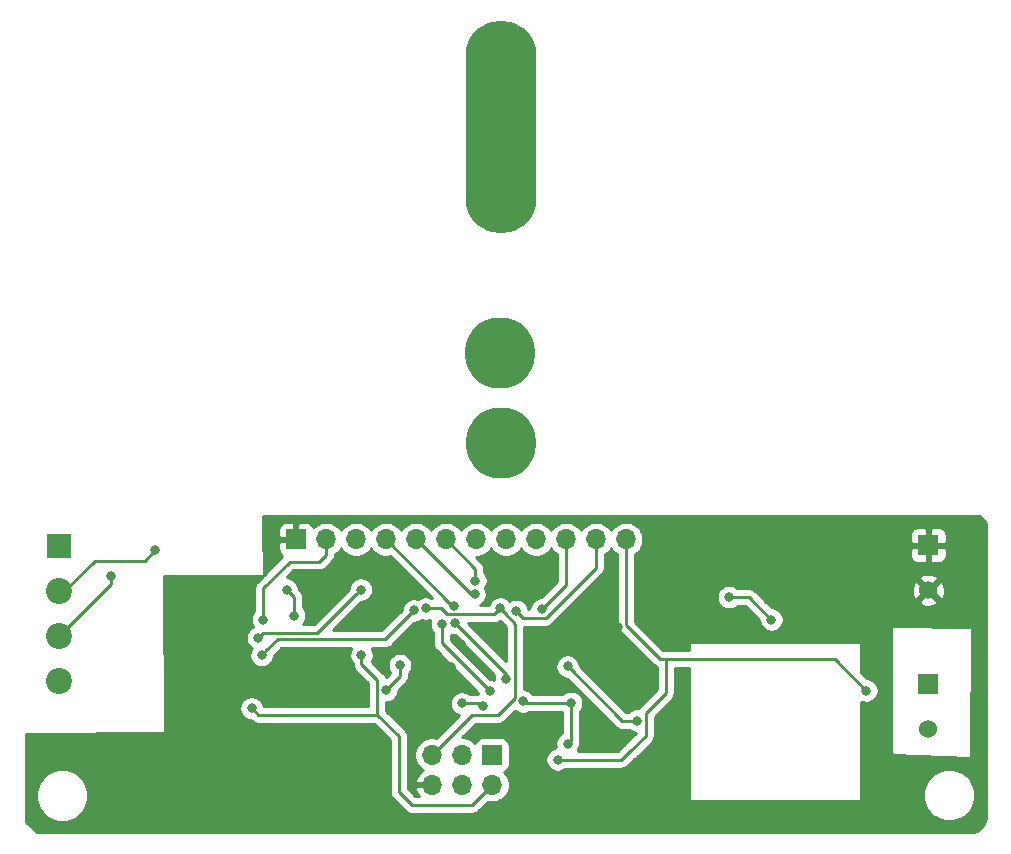
<source format=gbr>
G04 #@! TF.GenerationSoftware,KiCad,Pcbnew,(5.1.5)-3*
G04 #@! TF.CreationDate,2020-07-27T15:31:10+01:00*
G04 #@! TF.ProjectId,diyBMS-CurrentShunt,64697942-4d53-42d4-9375-7272656e7453,rev?*
G04 #@! TF.SameCoordinates,Original*
G04 #@! TF.FileFunction,Copper,L2,Bot*
G04 #@! TF.FilePolarity,Positive*
%FSLAX46Y46*%
G04 Gerber Fmt 4.6, Leading zero omitted, Abs format (unit mm)*
G04 Created by KiCad (PCBNEW (5.1.5)-3) date 2020-07-27 15:31:10*
%MOMM*%
%LPD*%
G04 APERTURE LIST*
%ADD10O,6.000000X18.000000*%
%ADD11O,6.000000X6.000000*%
%ADD12C,2.200000*%
%ADD13R,2.000000X2.000000*%
%ADD14R,1.700000X1.700000*%
%ADD15O,1.700000X1.700000*%
%ADD16C,1.524000*%
%ADD17R,1.800000X1.800000*%
%ADD18C,0.800000*%
%ADD19C,0.250000*%
%ADD20C,0.254000*%
G04 APERTURE END LIST*
D10*
X108350000Y-43900000D03*
D11*
X108350000Y-70700000D03*
X108300000Y-63100000D03*
D12*
X70900000Y-90870000D03*
X70900000Y-87060000D03*
X70900000Y-83250000D03*
D13*
X70900000Y-79440000D03*
D14*
X91000000Y-78850000D03*
D15*
X93540000Y-78850000D03*
X96080000Y-78850000D03*
X98620000Y-78850000D03*
X101160000Y-78850000D03*
X103700000Y-78850000D03*
X106240000Y-78850000D03*
X108780000Y-78850000D03*
X111320000Y-78850000D03*
X113860000Y-78850000D03*
X116400000Y-78850000D03*
X118940000Y-78850000D03*
D14*
X107600000Y-97100000D03*
D15*
X107600000Y-99640000D03*
X105060000Y-97100000D03*
X105060000Y-99640000D03*
X102520000Y-97100000D03*
X102520000Y-99640000D03*
D16*
X144500000Y-94900000D03*
D17*
X144500000Y-91100000D03*
D16*
X144550000Y-83150000D03*
D17*
X144550000Y-79350000D03*
D18*
X117900000Y-92150000D03*
X117300000Y-91100000D03*
X139600000Y-85750000D03*
X141100000Y-80150000D03*
X141100000Y-79150000D03*
X130300000Y-79400000D03*
X111600000Y-82200000D03*
X100200000Y-88000000D03*
X95100000Y-89850000D03*
X96350000Y-92050000D03*
X91900000Y-89900000D03*
X82450000Y-88100000D03*
X82450000Y-89150000D03*
X90300000Y-97600000D03*
X118250000Y-86300000D03*
X114200000Y-85550000D03*
X123900000Y-92050000D03*
X112450000Y-99150000D03*
X113500000Y-99150000D03*
X111600000Y-86600000D03*
X117800000Y-80900000D03*
X107950000Y-82000000D03*
X116550000Y-83400000D03*
X124550000Y-77900000D03*
X121700000Y-77900000D03*
X123125000Y-77900000D03*
X118250000Y-87450000D03*
X104982687Y-87698177D03*
X101500000Y-89650000D03*
X102950000Y-89650000D03*
X104150000Y-89650000D03*
X91900000Y-82900000D03*
X92950000Y-82900000D03*
X138250000Y-84050000D03*
X120624979Y-92000000D03*
X116950000Y-99150000D03*
X118000000Y-99150000D03*
X123700000Y-82650000D03*
X132100000Y-80450000D03*
X102950000Y-93550000D03*
X109600000Y-94450000D03*
X108300000Y-86750000D03*
X123900000Y-91000000D03*
X120700000Y-83050000D03*
X116799989Y-87464395D03*
X99800000Y-89500000D03*
X98612929Y-91607920D03*
X87250000Y-93150000D03*
X96550000Y-88650000D03*
X113150000Y-97500000D03*
X139300000Y-91650000D03*
X90206232Y-83101433D03*
X90850000Y-85300010D03*
X101974990Y-84700000D03*
X108300001Y-84699999D03*
X127650004Y-83750000D03*
X131250000Y-85650000D03*
X75300000Y-81950000D03*
X79100000Y-79774990D03*
X104500000Y-85950000D03*
X108800000Y-90649996D03*
X103350000Y-86000000D03*
X110227798Y-92563432D03*
X114300000Y-92700000D03*
X114000000Y-96150000D03*
X107400000Y-91700000D03*
X114000000Y-89600000D03*
X119874990Y-94200000D03*
X105049989Y-92737027D03*
X106875010Y-92974990D03*
X100989357Y-84868967D03*
X88100000Y-88650000D03*
X88200000Y-85650000D03*
X87792885Y-87192885D03*
X96500000Y-83100000D03*
X104350000Y-84474990D03*
X106124990Y-83499996D03*
X106200000Y-82350000D03*
X111803562Y-84775010D03*
X109650000Y-84900000D03*
D19*
X99800000Y-89500000D02*
X99800000Y-90420849D01*
X99800000Y-90420849D02*
X98612929Y-91607920D01*
X97887919Y-93700000D02*
X87800000Y-93700000D01*
X87800000Y-93700000D02*
X87250000Y-93150000D01*
X97887919Y-93700000D02*
X97887919Y-90737919D01*
X97887919Y-90737919D02*
X96550000Y-89400000D01*
X96550000Y-89400000D02*
X96550000Y-88650000D01*
X99700000Y-100250000D02*
X99700000Y-95512081D01*
X100800000Y-101350000D02*
X99700000Y-100250000D01*
X99700000Y-95512081D02*
X97887919Y-93700000D01*
X107600000Y-99640000D02*
X105890000Y-101350000D01*
X105890000Y-101350000D02*
X100800000Y-101350000D01*
X118940000Y-80052081D02*
X118940000Y-78850000D01*
X118975001Y-80087082D02*
X118940000Y-80052081D01*
X122300000Y-88950000D02*
X121800000Y-88950000D01*
X121800000Y-88950000D02*
X118975001Y-86125001D01*
X118975001Y-86125001D02*
X118975001Y-80087082D01*
X122300000Y-88950000D02*
X136600000Y-88950000D01*
X136600000Y-88950000D02*
X139300000Y-91650000D01*
X120600000Y-93550000D02*
X122300000Y-91850000D01*
X119300000Y-96800000D02*
X120600000Y-95500000D01*
X113150000Y-97500000D02*
X118550000Y-97500000D01*
X118550000Y-97500000D02*
X119250000Y-96800000D01*
X119250000Y-96800000D02*
X119300000Y-96800000D01*
X122300000Y-91850000D02*
X122300000Y-88950000D01*
X120600000Y-95500000D02*
X120600000Y-93550000D01*
X90850000Y-83745201D02*
X90850000Y-85300010D01*
X90206232Y-83101433D02*
X90850000Y-83745201D01*
X103759619Y-85200000D02*
X107800000Y-85200000D01*
X103259619Y-84700000D02*
X103759619Y-85200000D01*
X107800000Y-85200000D02*
X108300001Y-84699999D01*
X101974990Y-84700000D02*
X103259619Y-84700000D01*
X108700000Y-85099998D02*
X108300001Y-84699999D01*
X109575001Y-85974999D02*
X108700000Y-85099998D01*
X109575001Y-92248001D02*
X109575001Y-85974999D01*
X105920000Y-93700000D02*
X108123002Y-93700000D01*
X102520000Y-97100000D02*
X105920000Y-93700000D01*
X108123002Y-93700000D02*
X109575001Y-92248001D01*
X129350000Y-83750000D02*
X131250000Y-85650000D01*
X127650004Y-83750000D02*
X129350000Y-83750000D01*
X75300000Y-82660000D02*
X75300000Y-81950000D01*
X70900000Y-87060000D02*
X75300000Y-82660000D01*
X78224990Y-80650000D02*
X79100000Y-79774990D01*
X71400000Y-83250000D02*
X74000000Y-80650000D01*
X70900000Y-83250000D02*
X71400000Y-83250000D01*
X74000000Y-80650000D02*
X78224990Y-80650000D01*
X104500000Y-85950000D02*
X108800000Y-90250000D01*
X108800000Y-90250000D02*
X108800000Y-90649996D01*
X114300000Y-92700000D02*
X114300000Y-95850000D01*
X114300000Y-95850000D02*
X114000000Y-96150000D01*
X110364366Y-92700000D02*
X110227798Y-92563432D01*
X114300000Y-92700000D02*
X110364366Y-92700000D01*
X107000001Y-91300001D02*
X107400000Y-91700000D01*
X103350000Y-86000000D02*
X103350000Y-87650000D01*
X103350000Y-87650000D02*
X107000001Y-91300001D01*
X114000000Y-89600000D02*
X118600000Y-94200000D01*
X118600000Y-94200000D02*
X119874990Y-94200000D01*
X105049989Y-92737027D02*
X106637047Y-92737027D01*
X106637047Y-92737027D02*
X106875010Y-92974990D01*
X88499999Y-88250001D02*
X88100000Y-88650000D01*
X89450000Y-87300000D02*
X88499999Y-88250001D01*
X100989357Y-84868967D02*
X98558324Y-87300000D01*
X98558324Y-87300000D02*
X89450000Y-87300000D01*
X92975001Y-80724999D02*
X90475001Y-80724999D01*
X93540000Y-78850000D02*
X93540000Y-80160000D01*
X93540000Y-80160000D02*
X92975001Y-80724999D01*
X90475001Y-80724999D02*
X88200000Y-83000000D01*
X88200000Y-83000000D02*
X88200000Y-85650000D01*
X88192884Y-86792886D02*
X92807114Y-86792886D01*
X92807114Y-86792886D02*
X96100001Y-83499999D01*
X96100001Y-83499999D02*
X96500000Y-83100000D01*
X87792885Y-87192885D02*
X88192884Y-86792886D01*
X98620000Y-78850000D02*
X104244990Y-84474990D01*
X104244990Y-84474990D02*
X104350000Y-84474990D01*
X101160000Y-78850000D02*
X105809996Y-83499996D01*
X105809996Y-83499996D02*
X106124990Y-83499996D01*
X106200000Y-81350000D02*
X106200000Y-82350000D01*
X103700000Y-78850000D02*
X106200000Y-81350000D01*
X113860000Y-82718572D02*
X111803562Y-84775010D01*
X113860000Y-78850000D02*
X113860000Y-82718572D01*
X116400000Y-78850000D02*
X116400000Y-81251574D01*
X112151563Y-85500011D02*
X110250011Y-85500011D01*
X110250011Y-85500011D02*
X109650000Y-84900000D01*
X116400000Y-81251574D02*
X112151563Y-85500011D01*
D20*
G36*
X149390000Y-77475456D02*
G01*
X149390001Y-102417711D01*
X149364232Y-102680523D01*
X149297283Y-102902269D01*
X149265728Y-102961615D01*
X148699359Y-103522774D01*
X148659917Y-103544100D01*
X148438644Y-103612595D01*
X148177902Y-103640000D01*
X69332279Y-103640000D01*
X69069477Y-103614232D01*
X68960439Y-103581311D01*
X68169932Y-102793722D01*
X68137405Y-102688644D01*
X68122363Y-102545528D01*
X68114173Y-100329872D01*
X68965000Y-100329872D01*
X68965000Y-100770128D01*
X69050890Y-101201925D01*
X69219369Y-101608669D01*
X69463962Y-101974729D01*
X69775271Y-102286038D01*
X70141331Y-102530631D01*
X70548075Y-102699110D01*
X70979872Y-102785000D01*
X71420128Y-102785000D01*
X71851925Y-102699110D01*
X72258669Y-102530631D01*
X72624729Y-102286038D01*
X72936038Y-101974729D01*
X73180631Y-101608669D01*
X73349110Y-101201925D01*
X73435000Y-100770128D01*
X73435000Y-100329872D01*
X73349110Y-99898075D01*
X73180631Y-99491331D01*
X72936038Y-99125271D01*
X72624729Y-98813962D01*
X72258669Y-98569369D01*
X71851925Y-98400890D01*
X71420128Y-98315000D01*
X70979872Y-98315000D01*
X70548075Y-98400890D01*
X70141331Y-98569369D01*
X69775271Y-98813962D01*
X69463962Y-99125271D01*
X69219369Y-99491331D01*
X69050890Y-99898075D01*
X68965000Y-100329872D01*
X68114173Y-100329872D01*
X68110000Y-99201342D01*
X68110000Y-95336067D01*
X79814536Y-95212407D01*
X79838888Y-95209788D01*
X79862658Y-95202385D01*
X79884528Y-95190488D01*
X79903656Y-95174552D01*
X79919308Y-95155191D01*
X79930882Y-95133149D01*
X79937933Y-95109272D01*
X79940191Y-95084478D01*
X79843160Y-81917408D01*
X88163813Y-81939538D01*
X88188203Y-81936995D01*
X87689003Y-82436196D01*
X87659999Y-82459999D01*
X87604871Y-82527174D01*
X87565026Y-82575724D01*
X87524310Y-82651898D01*
X87494454Y-82707754D01*
X87450997Y-82851015D01*
X87440000Y-82962668D01*
X87440000Y-82962678D01*
X87436324Y-83000000D01*
X87440000Y-83037323D01*
X87440001Y-84946288D01*
X87396063Y-84990226D01*
X87282795Y-85159744D01*
X87204774Y-85348102D01*
X87165000Y-85548061D01*
X87165000Y-85751939D01*
X87204774Y-85951898D01*
X87282795Y-86140256D01*
X87357966Y-86252758D01*
X87302629Y-86275680D01*
X87133111Y-86388948D01*
X86988948Y-86533111D01*
X86875680Y-86702629D01*
X86797659Y-86890987D01*
X86757885Y-87090946D01*
X86757885Y-87294824D01*
X86797659Y-87494783D01*
X86875680Y-87683141D01*
X86988948Y-87852659D01*
X87133111Y-87996822D01*
X87242720Y-88070060D01*
X87182795Y-88159744D01*
X87104774Y-88348102D01*
X87065000Y-88548061D01*
X87065000Y-88751939D01*
X87104774Y-88951898D01*
X87182795Y-89140256D01*
X87296063Y-89309774D01*
X87440226Y-89453937D01*
X87609744Y-89567205D01*
X87798102Y-89645226D01*
X87998061Y-89685000D01*
X88201939Y-89685000D01*
X88401898Y-89645226D01*
X88590256Y-89567205D01*
X88759774Y-89453937D01*
X88903937Y-89309774D01*
X89017205Y-89140256D01*
X89095226Y-88951898D01*
X89135000Y-88751939D01*
X89135000Y-88689801D01*
X89764802Y-88060000D01*
X95699442Y-88060000D01*
X95632795Y-88159744D01*
X95554774Y-88348102D01*
X95515000Y-88548061D01*
X95515000Y-88751939D01*
X95554774Y-88951898D01*
X95632795Y-89140256D01*
X95746063Y-89309774D01*
X95790000Y-89353711D01*
X95790000Y-89362678D01*
X95786324Y-89400000D01*
X95790000Y-89437322D01*
X95790000Y-89437332D01*
X95800997Y-89548985D01*
X95833815Y-89657173D01*
X95844454Y-89692246D01*
X95915026Y-89824276D01*
X95941923Y-89857050D01*
X96009999Y-89940001D01*
X96039003Y-89963804D01*
X97127920Y-91052722D01*
X97127919Y-92940000D01*
X88263506Y-92940000D01*
X88245226Y-92848102D01*
X88167205Y-92659744D01*
X88053937Y-92490226D01*
X87909774Y-92346063D01*
X87740256Y-92232795D01*
X87551898Y-92154774D01*
X87351939Y-92115000D01*
X87148061Y-92115000D01*
X86948102Y-92154774D01*
X86759744Y-92232795D01*
X86590226Y-92346063D01*
X86446063Y-92490226D01*
X86332795Y-92659744D01*
X86254774Y-92848102D01*
X86215000Y-93048061D01*
X86215000Y-93251939D01*
X86254774Y-93451898D01*
X86332795Y-93640256D01*
X86446063Y-93809774D01*
X86590226Y-93953937D01*
X86759744Y-94067205D01*
X86948102Y-94145226D01*
X87148061Y-94185000D01*
X87210197Y-94185000D01*
X87236205Y-94211007D01*
X87259999Y-94240001D01*
X87288992Y-94263795D01*
X87288996Y-94263799D01*
X87349772Y-94313676D01*
X87375724Y-94334974D01*
X87507753Y-94405546D01*
X87651014Y-94449003D01*
X87762667Y-94460000D01*
X87762676Y-94460000D01*
X87799999Y-94463676D01*
X87837322Y-94460000D01*
X97573118Y-94460000D01*
X98940001Y-95826884D01*
X98940000Y-100212677D01*
X98936324Y-100250000D01*
X98940000Y-100287322D01*
X98940000Y-100287332D01*
X98950997Y-100398985D01*
X98988117Y-100521355D01*
X98994454Y-100542246D01*
X99065026Y-100674276D01*
X99098469Y-100715026D01*
X99159999Y-100790001D01*
X99189002Y-100813804D01*
X100236201Y-101861003D01*
X100259999Y-101890001D01*
X100288997Y-101913799D01*
X100375723Y-101984974D01*
X100507753Y-102055546D01*
X100651014Y-102099003D01*
X100762667Y-102110000D01*
X100762677Y-102110000D01*
X100800000Y-102113676D01*
X100837323Y-102110000D01*
X105852678Y-102110000D01*
X105890000Y-102113676D01*
X105927322Y-102110000D01*
X105927333Y-102110000D01*
X106038986Y-102099003D01*
X106182247Y-102055546D01*
X106314276Y-101984974D01*
X106430001Y-101890001D01*
X106453804Y-101860997D01*
X107233592Y-101081209D01*
X107453740Y-101125000D01*
X107746260Y-101125000D01*
X108033158Y-101067932D01*
X108303411Y-100955990D01*
X108546632Y-100793475D01*
X108753475Y-100586632D01*
X108915990Y-100343411D01*
X109027932Y-100073158D01*
X109085000Y-99786260D01*
X109085000Y-99493740D01*
X109027932Y-99206842D01*
X108915990Y-98936589D01*
X108753475Y-98693368D01*
X108621620Y-98561513D01*
X108694180Y-98539502D01*
X108804494Y-98480537D01*
X108901185Y-98401185D01*
X108980537Y-98304494D01*
X109039502Y-98194180D01*
X109075812Y-98074482D01*
X109088072Y-97950000D01*
X109088072Y-96250000D01*
X109075812Y-96125518D01*
X109039502Y-96005820D01*
X108980537Y-95895506D01*
X108901185Y-95798815D01*
X108804494Y-95719463D01*
X108694180Y-95660498D01*
X108574482Y-95624188D01*
X108450000Y-95611928D01*
X106750000Y-95611928D01*
X106625518Y-95624188D01*
X106505820Y-95660498D01*
X106395506Y-95719463D01*
X106298815Y-95798815D01*
X106219463Y-95895506D01*
X106160498Y-96005820D01*
X106138487Y-96078380D01*
X106006632Y-95946525D01*
X105763411Y-95784010D01*
X105493158Y-95672068D01*
X105206260Y-95615000D01*
X105079802Y-95615000D01*
X106234802Y-94460000D01*
X108085680Y-94460000D01*
X108123002Y-94463676D01*
X108160324Y-94460000D01*
X108160335Y-94460000D01*
X108271988Y-94449003D01*
X108415249Y-94405546D01*
X108547278Y-94334974D01*
X108663003Y-94240001D01*
X108686806Y-94210997D01*
X109549229Y-93348574D01*
X109568024Y-93367369D01*
X109737542Y-93480637D01*
X109925900Y-93558658D01*
X110125859Y-93598432D01*
X110329737Y-93598432D01*
X110529696Y-93558658D01*
X110718054Y-93480637D01*
X110748940Y-93460000D01*
X113540000Y-93460000D01*
X113540001Y-95220262D01*
X113509744Y-95232795D01*
X113340226Y-95346063D01*
X113196063Y-95490226D01*
X113082795Y-95659744D01*
X113004774Y-95848102D01*
X112965000Y-96048061D01*
X112965000Y-96251939D01*
X113004774Y-96451898D01*
X113013083Y-96471958D01*
X112848102Y-96504774D01*
X112659744Y-96582795D01*
X112490226Y-96696063D01*
X112346063Y-96840226D01*
X112232795Y-97009744D01*
X112154774Y-97198102D01*
X112115000Y-97398061D01*
X112115000Y-97601939D01*
X112154774Y-97801898D01*
X112232795Y-97990256D01*
X112346063Y-98159774D01*
X112490226Y-98303937D01*
X112659744Y-98417205D01*
X112848102Y-98495226D01*
X113048061Y-98535000D01*
X113251939Y-98535000D01*
X113451898Y-98495226D01*
X113640256Y-98417205D01*
X113809774Y-98303937D01*
X113853711Y-98260000D01*
X118512678Y-98260000D01*
X118550000Y-98263676D01*
X118587322Y-98260000D01*
X118587333Y-98260000D01*
X118698986Y-98249003D01*
X118842247Y-98205546D01*
X118974276Y-98134974D01*
X119090001Y-98040001D01*
X119113803Y-98010998D01*
X119650272Y-97474531D01*
X119724276Y-97434974D01*
X119840001Y-97340001D01*
X119863804Y-97310997D01*
X121111004Y-96063798D01*
X121140001Y-96040001D01*
X121234974Y-95924276D01*
X121305546Y-95792247D01*
X121349003Y-95648986D01*
X121360000Y-95537333D01*
X121360000Y-95537325D01*
X121363676Y-95500000D01*
X121360000Y-95462675D01*
X121360000Y-93864801D01*
X122811004Y-92413798D01*
X122840001Y-92390001D01*
X122876060Y-92346063D01*
X122934974Y-92274277D01*
X123005546Y-92142247D01*
X123013811Y-92115000D01*
X123049003Y-91998986D01*
X123060000Y-91887333D01*
X123060000Y-91887324D01*
X123063676Y-91850001D01*
X123060000Y-91812678D01*
X123060000Y-89710000D01*
X124255613Y-89710000D01*
X124298001Y-100900485D01*
X124300528Y-100925215D01*
X124307838Y-100949014D01*
X124319650Y-100970930D01*
X124335511Y-100990119D01*
X124354812Y-101005846D01*
X124376809Y-101017506D01*
X124400658Y-101024649D01*
X124425443Y-101027003D01*
X138750443Y-100976999D01*
X138774776Y-100974560D01*
X138798601Y-100967333D01*
X138820557Y-100955597D01*
X138839803Y-100939803D01*
X138855597Y-100920557D01*
X138867333Y-100898601D01*
X138874560Y-100874776D01*
X138877000Y-100850000D01*
X138877000Y-100279872D01*
X144065000Y-100279872D01*
X144065000Y-100720128D01*
X144150890Y-101151925D01*
X144319369Y-101558669D01*
X144563962Y-101924729D01*
X144875271Y-102236038D01*
X145241331Y-102480631D01*
X145648075Y-102649110D01*
X146079872Y-102735000D01*
X146520128Y-102735000D01*
X146951925Y-102649110D01*
X147358669Y-102480631D01*
X147724729Y-102236038D01*
X148036038Y-101924729D01*
X148280631Y-101558669D01*
X148449110Y-101151925D01*
X148535000Y-100720128D01*
X148535000Y-100279872D01*
X148449110Y-99848075D01*
X148280631Y-99441331D01*
X148036038Y-99075271D01*
X147724729Y-98763962D01*
X147358669Y-98519369D01*
X146951925Y-98350890D01*
X146520128Y-98265000D01*
X146079872Y-98265000D01*
X145648075Y-98350890D01*
X145241331Y-98519369D01*
X144875271Y-98763962D01*
X144563962Y-99075271D01*
X144319369Y-99441331D01*
X144150890Y-99848075D01*
X144065000Y-100279872D01*
X138877000Y-100279872D01*
X138877000Y-92595064D01*
X138998102Y-92645226D01*
X139198061Y-92685000D01*
X139401939Y-92685000D01*
X139601898Y-92645226D01*
X139790256Y-92567205D01*
X139959774Y-92453937D01*
X140103937Y-92309774D01*
X140217205Y-92140256D01*
X140295226Y-91951898D01*
X140335000Y-91751939D01*
X140335000Y-91548061D01*
X140295226Y-91348102D01*
X140217205Y-91159744D01*
X140103937Y-90990226D01*
X139959774Y-90846063D01*
X139790256Y-90732795D01*
X139601898Y-90654774D01*
X139401939Y-90615000D01*
X139339802Y-90615000D01*
X138877000Y-90152198D01*
X138877000Y-87650000D01*
X138874473Y-87624790D01*
X138867163Y-87600991D01*
X138855351Y-87579076D01*
X138839490Y-87559886D01*
X138820190Y-87544159D01*
X138798192Y-87532499D01*
X138774343Y-87525355D01*
X138749558Y-87523001D01*
X124374558Y-87572998D01*
X124349752Y-87575532D01*
X124325955Y-87582849D01*
X124304043Y-87594668D01*
X124284858Y-87610535D01*
X124269137Y-87629840D01*
X124257484Y-87651841D01*
X124250347Y-87675693D01*
X124248001Y-87700478D01*
X124249855Y-88190000D01*
X122337333Y-88190000D01*
X122300000Y-88186323D01*
X122262667Y-88190000D01*
X122114802Y-88190000D01*
X119735001Y-85810200D01*
X119735001Y-83648061D01*
X126615004Y-83648061D01*
X126615004Y-83851939D01*
X126654778Y-84051898D01*
X126732799Y-84240256D01*
X126846067Y-84409774D01*
X126990230Y-84553937D01*
X127159748Y-84667205D01*
X127348106Y-84745226D01*
X127548065Y-84785000D01*
X127751943Y-84785000D01*
X127951902Y-84745226D01*
X128140260Y-84667205D01*
X128309778Y-84553937D01*
X128353715Y-84510000D01*
X129035199Y-84510000D01*
X130215000Y-85689802D01*
X130215000Y-85751939D01*
X130254774Y-85951898D01*
X130332795Y-86140256D01*
X130446063Y-86309774D01*
X130590226Y-86453937D01*
X130759744Y-86567205D01*
X130948102Y-86645226D01*
X131148061Y-86685000D01*
X131351939Y-86685000D01*
X131551898Y-86645226D01*
X131740256Y-86567205D01*
X131909774Y-86453937D01*
X132053937Y-86309774D01*
X132077253Y-86274879D01*
X141405265Y-86274879D01*
X141420609Y-96938520D01*
X141422153Y-96958081D01*
X141428415Y-96982177D01*
X141439258Y-97004588D01*
X141454265Y-97024453D01*
X141472859Y-97041009D01*
X141494326Y-97053619D01*
X141517840Y-97061799D01*
X141542498Y-97065234D01*
X148010949Y-97325759D01*
X148040053Y-97323575D01*
X148063922Y-97316498D01*
X148085952Y-97304900D01*
X148105296Y-97289227D01*
X148121211Y-97270082D01*
X148133085Y-97248199D01*
X148140462Y-97224421D01*
X148143057Y-97199660D01*
X148210938Y-86401937D01*
X148208956Y-86378771D01*
X148202190Y-86354811D01*
X148190879Y-86332632D01*
X148175460Y-86313086D01*
X148156523Y-86296923D01*
X148134797Y-86284766D01*
X148111116Y-86277081D01*
X148086392Y-86274163D01*
X141534716Y-86147720D01*
X141507309Y-86150172D01*
X141483495Y-86157433D01*
X141461556Y-86169201D01*
X141442333Y-86185023D01*
X141426567Y-86204291D01*
X141414862Y-86226264D01*
X141407670Y-86250099D01*
X141405265Y-86274879D01*
X132077253Y-86274879D01*
X132167205Y-86140256D01*
X132245226Y-85951898D01*
X132285000Y-85751939D01*
X132285000Y-85548061D01*
X132245226Y-85348102D01*
X132167205Y-85159744D01*
X132053937Y-84990226D01*
X131909774Y-84846063D01*
X131740256Y-84732795D01*
X131551898Y-84654774D01*
X131351939Y-84615000D01*
X131289802Y-84615000D01*
X130790367Y-84115565D01*
X143764040Y-84115565D01*
X143831020Y-84355656D01*
X144080048Y-84472756D01*
X144347135Y-84539023D01*
X144622017Y-84551910D01*
X144894133Y-84510922D01*
X145153023Y-84417636D01*
X145268980Y-84355656D01*
X145335960Y-84115565D01*
X144550000Y-83329605D01*
X143764040Y-84115565D01*
X130790367Y-84115565D01*
X129913804Y-83239003D01*
X129899864Y-83222017D01*
X143148090Y-83222017D01*
X143189078Y-83494133D01*
X143282364Y-83753023D01*
X143344344Y-83868980D01*
X143584435Y-83935960D01*
X144370395Y-83150000D01*
X144729605Y-83150000D01*
X145515565Y-83935960D01*
X145755656Y-83868980D01*
X145872756Y-83619952D01*
X145939023Y-83352865D01*
X145951910Y-83077983D01*
X145910922Y-82805867D01*
X145817636Y-82546977D01*
X145755656Y-82431020D01*
X145515565Y-82364040D01*
X144729605Y-83150000D01*
X144370395Y-83150000D01*
X143584435Y-82364040D01*
X143344344Y-82431020D01*
X143227244Y-82680048D01*
X143160977Y-82947135D01*
X143148090Y-83222017D01*
X129899864Y-83222017D01*
X129890001Y-83209999D01*
X129774276Y-83115026D01*
X129642247Y-83044454D01*
X129498986Y-83000997D01*
X129387333Y-82990000D01*
X129387322Y-82990000D01*
X129350000Y-82986324D01*
X129312678Y-82990000D01*
X128353715Y-82990000D01*
X128309778Y-82946063D01*
X128140260Y-82832795D01*
X127951902Y-82754774D01*
X127751943Y-82715000D01*
X127548065Y-82715000D01*
X127348106Y-82754774D01*
X127159748Y-82832795D01*
X126990230Y-82946063D01*
X126846067Y-83090226D01*
X126732799Y-83259744D01*
X126654778Y-83448102D01*
X126615004Y-83648061D01*
X119735001Y-83648061D01*
X119735001Y-82184435D01*
X143764040Y-82184435D01*
X144550000Y-82970395D01*
X145335960Y-82184435D01*
X145268980Y-81944344D01*
X145019952Y-81827244D01*
X144752865Y-81760977D01*
X144477983Y-81748090D01*
X144205867Y-81789078D01*
X143946977Y-81882364D01*
X143831020Y-81944344D01*
X143764040Y-82184435D01*
X119735001Y-82184435D01*
X119735001Y-80250000D01*
X143011928Y-80250000D01*
X143024188Y-80374482D01*
X143060498Y-80494180D01*
X143119463Y-80604494D01*
X143198815Y-80701185D01*
X143295506Y-80780537D01*
X143405820Y-80839502D01*
X143525518Y-80875812D01*
X143650000Y-80888072D01*
X144264250Y-80885000D01*
X144423000Y-80726250D01*
X144423000Y-79477000D01*
X144677000Y-79477000D01*
X144677000Y-80726250D01*
X144835750Y-80885000D01*
X145450000Y-80888072D01*
X145574482Y-80875812D01*
X145694180Y-80839502D01*
X145804494Y-80780537D01*
X145901185Y-80701185D01*
X145980537Y-80604494D01*
X146039502Y-80494180D01*
X146075812Y-80374482D01*
X146088072Y-80250000D01*
X146085000Y-79635750D01*
X145926250Y-79477000D01*
X144677000Y-79477000D01*
X144423000Y-79477000D01*
X143173750Y-79477000D01*
X143015000Y-79635750D01*
X143011928Y-80250000D01*
X119735001Y-80250000D01*
X119735001Y-80124405D01*
X119737069Y-80103410D01*
X119886632Y-80003475D01*
X120093475Y-79796632D01*
X120255990Y-79553411D01*
X120367932Y-79283158D01*
X120425000Y-78996260D01*
X120425000Y-78703740D01*
X120374528Y-78450000D01*
X143011928Y-78450000D01*
X143015000Y-79064250D01*
X143173750Y-79223000D01*
X144423000Y-79223000D01*
X144423000Y-77973750D01*
X144677000Y-77973750D01*
X144677000Y-79223000D01*
X145926250Y-79223000D01*
X146085000Y-79064250D01*
X146088072Y-78450000D01*
X146075812Y-78325518D01*
X146039502Y-78205820D01*
X145980537Y-78095506D01*
X145901185Y-77998815D01*
X145804494Y-77919463D01*
X145694180Y-77860498D01*
X145574482Y-77824188D01*
X145450000Y-77811928D01*
X144835750Y-77815000D01*
X144677000Y-77973750D01*
X144423000Y-77973750D01*
X144264250Y-77815000D01*
X143650000Y-77811928D01*
X143525518Y-77824188D01*
X143405820Y-77860498D01*
X143295506Y-77919463D01*
X143198815Y-77998815D01*
X143119463Y-78095506D01*
X143060498Y-78205820D01*
X143024188Y-78325518D01*
X143011928Y-78450000D01*
X120374528Y-78450000D01*
X120367932Y-78416842D01*
X120255990Y-78146589D01*
X120093475Y-77903368D01*
X119886632Y-77696525D01*
X119643411Y-77534010D01*
X119373158Y-77422068D01*
X119086260Y-77365000D01*
X118793740Y-77365000D01*
X118506842Y-77422068D01*
X118236589Y-77534010D01*
X117993368Y-77696525D01*
X117786525Y-77903368D01*
X117670000Y-78077760D01*
X117553475Y-77903368D01*
X117346632Y-77696525D01*
X117103411Y-77534010D01*
X116833158Y-77422068D01*
X116546260Y-77365000D01*
X116253740Y-77365000D01*
X115966842Y-77422068D01*
X115696589Y-77534010D01*
X115453368Y-77696525D01*
X115246525Y-77903368D01*
X115130000Y-78077760D01*
X115013475Y-77903368D01*
X114806632Y-77696525D01*
X114563411Y-77534010D01*
X114293158Y-77422068D01*
X114006260Y-77365000D01*
X113713740Y-77365000D01*
X113426842Y-77422068D01*
X113156589Y-77534010D01*
X112913368Y-77696525D01*
X112706525Y-77903368D01*
X112590000Y-78077760D01*
X112473475Y-77903368D01*
X112266632Y-77696525D01*
X112023411Y-77534010D01*
X111753158Y-77422068D01*
X111466260Y-77365000D01*
X111173740Y-77365000D01*
X110886842Y-77422068D01*
X110616589Y-77534010D01*
X110373368Y-77696525D01*
X110166525Y-77903368D01*
X110050000Y-78077760D01*
X109933475Y-77903368D01*
X109726632Y-77696525D01*
X109483411Y-77534010D01*
X109213158Y-77422068D01*
X108926260Y-77365000D01*
X108633740Y-77365000D01*
X108346842Y-77422068D01*
X108076589Y-77534010D01*
X107833368Y-77696525D01*
X107626525Y-77903368D01*
X107510000Y-78077760D01*
X107393475Y-77903368D01*
X107186632Y-77696525D01*
X106943411Y-77534010D01*
X106673158Y-77422068D01*
X106386260Y-77365000D01*
X106093740Y-77365000D01*
X105806842Y-77422068D01*
X105536589Y-77534010D01*
X105293368Y-77696525D01*
X105086525Y-77903368D01*
X104970000Y-78077760D01*
X104853475Y-77903368D01*
X104646632Y-77696525D01*
X104403411Y-77534010D01*
X104133158Y-77422068D01*
X103846260Y-77365000D01*
X103553740Y-77365000D01*
X103266842Y-77422068D01*
X102996589Y-77534010D01*
X102753368Y-77696525D01*
X102546525Y-77903368D01*
X102430000Y-78077760D01*
X102313475Y-77903368D01*
X102106632Y-77696525D01*
X101863411Y-77534010D01*
X101593158Y-77422068D01*
X101306260Y-77365000D01*
X101013740Y-77365000D01*
X100726842Y-77422068D01*
X100456589Y-77534010D01*
X100213368Y-77696525D01*
X100006525Y-77903368D01*
X99890000Y-78077760D01*
X99773475Y-77903368D01*
X99566632Y-77696525D01*
X99323411Y-77534010D01*
X99053158Y-77422068D01*
X98766260Y-77365000D01*
X98473740Y-77365000D01*
X98186842Y-77422068D01*
X97916589Y-77534010D01*
X97673368Y-77696525D01*
X97466525Y-77903368D01*
X97350000Y-78077760D01*
X97233475Y-77903368D01*
X97026632Y-77696525D01*
X96783411Y-77534010D01*
X96513158Y-77422068D01*
X96226260Y-77365000D01*
X95933740Y-77365000D01*
X95646842Y-77422068D01*
X95376589Y-77534010D01*
X95133368Y-77696525D01*
X94926525Y-77903368D01*
X94810000Y-78077760D01*
X94693475Y-77903368D01*
X94486632Y-77696525D01*
X94243411Y-77534010D01*
X93973158Y-77422068D01*
X93686260Y-77365000D01*
X93393740Y-77365000D01*
X93106842Y-77422068D01*
X92836589Y-77534010D01*
X92593368Y-77696525D01*
X92461513Y-77828380D01*
X92439502Y-77755820D01*
X92380537Y-77645506D01*
X92301185Y-77548815D01*
X92204494Y-77469463D01*
X92094180Y-77410498D01*
X91974482Y-77374188D01*
X91850000Y-77361928D01*
X91285750Y-77365000D01*
X91127000Y-77523750D01*
X91127000Y-78723000D01*
X91147000Y-78723000D01*
X91147000Y-78977000D01*
X91127000Y-78977000D01*
X91127000Y-78997000D01*
X90873000Y-78997000D01*
X90873000Y-78977000D01*
X89673750Y-78977000D01*
X89515000Y-79135750D01*
X89511928Y-79700000D01*
X89524188Y-79824482D01*
X89560498Y-79944180D01*
X89619463Y-80054494D01*
X89698815Y-80151185D01*
X89795506Y-80230537D01*
X89860122Y-80265076D01*
X88288808Y-81836391D01*
X88289046Y-81835564D01*
X88291138Y-81810755D01*
X88237642Y-78000000D01*
X89511928Y-78000000D01*
X89515000Y-78564250D01*
X89673750Y-78723000D01*
X90873000Y-78723000D01*
X90873000Y-77523750D01*
X90714250Y-77365000D01*
X90150000Y-77361928D01*
X90025518Y-77374188D01*
X89905820Y-77410498D01*
X89795506Y-77469463D01*
X89698815Y-77548815D01*
X89619463Y-77645506D01*
X89560498Y-77755820D01*
X89524188Y-77875518D01*
X89511928Y-78000000D01*
X88237642Y-78000000D01*
X88221876Y-76877000D01*
X148797050Y-76877000D01*
X149390000Y-77475456D01*
G37*
X149390000Y-77475456D02*
X149390001Y-102417711D01*
X149364232Y-102680523D01*
X149297283Y-102902269D01*
X149265728Y-102961615D01*
X148699359Y-103522774D01*
X148659917Y-103544100D01*
X148438644Y-103612595D01*
X148177902Y-103640000D01*
X69332279Y-103640000D01*
X69069477Y-103614232D01*
X68960439Y-103581311D01*
X68169932Y-102793722D01*
X68137405Y-102688644D01*
X68122363Y-102545528D01*
X68114173Y-100329872D01*
X68965000Y-100329872D01*
X68965000Y-100770128D01*
X69050890Y-101201925D01*
X69219369Y-101608669D01*
X69463962Y-101974729D01*
X69775271Y-102286038D01*
X70141331Y-102530631D01*
X70548075Y-102699110D01*
X70979872Y-102785000D01*
X71420128Y-102785000D01*
X71851925Y-102699110D01*
X72258669Y-102530631D01*
X72624729Y-102286038D01*
X72936038Y-101974729D01*
X73180631Y-101608669D01*
X73349110Y-101201925D01*
X73435000Y-100770128D01*
X73435000Y-100329872D01*
X73349110Y-99898075D01*
X73180631Y-99491331D01*
X72936038Y-99125271D01*
X72624729Y-98813962D01*
X72258669Y-98569369D01*
X71851925Y-98400890D01*
X71420128Y-98315000D01*
X70979872Y-98315000D01*
X70548075Y-98400890D01*
X70141331Y-98569369D01*
X69775271Y-98813962D01*
X69463962Y-99125271D01*
X69219369Y-99491331D01*
X69050890Y-99898075D01*
X68965000Y-100329872D01*
X68114173Y-100329872D01*
X68110000Y-99201342D01*
X68110000Y-95336067D01*
X79814536Y-95212407D01*
X79838888Y-95209788D01*
X79862658Y-95202385D01*
X79884528Y-95190488D01*
X79903656Y-95174552D01*
X79919308Y-95155191D01*
X79930882Y-95133149D01*
X79937933Y-95109272D01*
X79940191Y-95084478D01*
X79843160Y-81917408D01*
X88163813Y-81939538D01*
X88188203Y-81936995D01*
X87689003Y-82436196D01*
X87659999Y-82459999D01*
X87604871Y-82527174D01*
X87565026Y-82575724D01*
X87524310Y-82651898D01*
X87494454Y-82707754D01*
X87450997Y-82851015D01*
X87440000Y-82962668D01*
X87440000Y-82962678D01*
X87436324Y-83000000D01*
X87440000Y-83037323D01*
X87440001Y-84946288D01*
X87396063Y-84990226D01*
X87282795Y-85159744D01*
X87204774Y-85348102D01*
X87165000Y-85548061D01*
X87165000Y-85751939D01*
X87204774Y-85951898D01*
X87282795Y-86140256D01*
X87357966Y-86252758D01*
X87302629Y-86275680D01*
X87133111Y-86388948D01*
X86988948Y-86533111D01*
X86875680Y-86702629D01*
X86797659Y-86890987D01*
X86757885Y-87090946D01*
X86757885Y-87294824D01*
X86797659Y-87494783D01*
X86875680Y-87683141D01*
X86988948Y-87852659D01*
X87133111Y-87996822D01*
X87242720Y-88070060D01*
X87182795Y-88159744D01*
X87104774Y-88348102D01*
X87065000Y-88548061D01*
X87065000Y-88751939D01*
X87104774Y-88951898D01*
X87182795Y-89140256D01*
X87296063Y-89309774D01*
X87440226Y-89453937D01*
X87609744Y-89567205D01*
X87798102Y-89645226D01*
X87998061Y-89685000D01*
X88201939Y-89685000D01*
X88401898Y-89645226D01*
X88590256Y-89567205D01*
X88759774Y-89453937D01*
X88903937Y-89309774D01*
X89017205Y-89140256D01*
X89095226Y-88951898D01*
X89135000Y-88751939D01*
X89135000Y-88689801D01*
X89764802Y-88060000D01*
X95699442Y-88060000D01*
X95632795Y-88159744D01*
X95554774Y-88348102D01*
X95515000Y-88548061D01*
X95515000Y-88751939D01*
X95554774Y-88951898D01*
X95632795Y-89140256D01*
X95746063Y-89309774D01*
X95790000Y-89353711D01*
X95790000Y-89362678D01*
X95786324Y-89400000D01*
X95790000Y-89437322D01*
X95790000Y-89437332D01*
X95800997Y-89548985D01*
X95833815Y-89657173D01*
X95844454Y-89692246D01*
X95915026Y-89824276D01*
X95941923Y-89857050D01*
X96009999Y-89940001D01*
X96039003Y-89963804D01*
X97127920Y-91052722D01*
X97127919Y-92940000D01*
X88263506Y-92940000D01*
X88245226Y-92848102D01*
X88167205Y-92659744D01*
X88053937Y-92490226D01*
X87909774Y-92346063D01*
X87740256Y-92232795D01*
X87551898Y-92154774D01*
X87351939Y-92115000D01*
X87148061Y-92115000D01*
X86948102Y-92154774D01*
X86759744Y-92232795D01*
X86590226Y-92346063D01*
X86446063Y-92490226D01*
X86332795Y-92659744D01*
X86254774Y-92848102D01*
X86215000Y-93048061D01*
X86215000Y-93251939D01*
X86254774Y-93451898D01*
X86332795Y-93640256D01*
X86446063Y-93809774D01*
X86590226Y-93953937D01*
X86759744Y-94067205D01*
X86948102Y-94145226D01*
X87148061Y-94185000D01*
X87210197Y-94185000D01*
X87236205Y-94211007D01*
X87259999Y-94240001D01*
X87288992Y-94263795D01*
X87288996Y-94263799D01*
X87349772Y-94313676D01*
X87375724Y-94334974D01*
X87507753Y-94405546D01*
X87651014Y-94449003D01*
X87762667Y-94460000D01*
X87762676Y-94460000D01*
X87799999Y-94463676D01*
X87837322Y-94460000D01*
X97573118Y-94460000D01*
X98940001Y-95826884D01*
X98940000Y-100212677D01*
X98936324Y-100250000D01*
X98940000Y-100287322D01*
X98940000Y-100287332D01*
X98950997Y-100398985D01*
X98988117Y-100521355D01*
X98994454Y-100542246D01*
X99065026Y-100674276D01*
X99098469Y-100715026D01*
X99159999Y-100790001D01*
X99189002Y-100813804D01*
X100236201Y-101861003D01*
X100259999Y-101890001D01*
X100288997Y-101913799D01*
X100375723Y-101984974D01*
X100507753Y-102055546D01*
X100651014Y-102099003D01*
X100762667Y-102110000D01*
X100762677Y-102110000D01*
X100800000Y-102113676D01*
X100837323Y-102110000D01*
X105852678Y-102110000D01*
X105890000Y-102113676D01*
X105927322Y-102110000D01*
X105927333Y-102110000D01*
X106038986Y-102099003D01*
X106182247Y-102055546D01*
X106314276Y-101984974D01*
X106430001Y-101890001D01*
X106453804Y-101860997D01*
X107233592Y-101081209D01*
X107453740Y-101125000D01*
X107746260Y-101125000D01*
X108033158Y-101067932D01*
X108303411Y-100955990D01*
X108546632Y-100793475D01*
X108753475Y-100586632D01*
X108915990Y-100343411D01*
X109027932Y-100073158D01*
X109085000Y-99786260D01*
X109085000Y-99493740D01*
X109027932Y-99206842D01*
X108915990Y-98936589D01*
X108753475Y-98693368D01*
X108621620Y-98561513D01*
X108694180Y-98539502D01*
X108804494Y-98480537D01*
X108901185Y-98401185D01*
X108980537Y-98304494D01*
X109039502Y-98194180D01*
X109075812Y-98074482D01*
X109088072Y-97950000D01*
X109088072Y-96250000D01*
X109075812Y-96125518D01*
X109039502Y-96005820D01*
X108980537Y-95895506D01*
X108901185Y-95798815D01*
X108804494Y-95719463D01*
X108694180Y-95660498D01*
X108574482Y-95624188D01*
X108450000Y-95611928D01*
X106750000Y-95611928D01*
X106625518Y-95624188D01*
X106505820Y-95660498D01*
X106395506Y-95719463D01*
X106298815Y-95798815D01*
X106219463Y-95895506D01*
X106160498Y-96005820D01*
X106138487Y-96078380D01*
X106006632Y-95946525D01*
X105763411Y-95784010D01*
X105493158Y-95672068D01*
X105206260Y-95615000D01*
X105079802Y-95615000D01*
X106234802Y-94460000D01*
X108085680Y-94460000D01*
X108123002Y-94463676D01*
X108160324Y-94460000D01*
X108160335Y-94460000D01*
X108271988Y-94449003D01*
X108415249Y-94405546D01*
X108547278Y-94334974D01*
X108663003Y-94240001D01*
X108686806Y-94210997D01*
X109549229Y-93348574D01*
X109568024Y-93367369D01*
X109737542Y-93480637D01*
X109925900Y-93558658D01*
X110125859Y-93598432D01*
X110329737Y-93598432D01*
X110529696Y-93558658D01*
X110718054Y-93480637D01*
X110748940Y-93460000D01*
X113540000Y-93460000D01*
X113540001Y-95220262D01*
X113509744Y-95232795D01*
X113340226Y-95346063D01*
X113196063Y-95490226D01*
X113082795Y-95659744D01*
X113004774Y-95848102D01*
X112965000Y-96048061D01*
X112965000Y-96251939D01*
X113004774Y-96451898D01*
X113013083Y-96471958D01*
X112848102Y-96504774D01*
X112659744Y-96582795D01*
X112490226Y-96696063D01*
X112346063Y-96840226D01*
X112232795Y-97009744D01*
X112154774Y-97198102D01*
X112115000Y-97398061D01*
X112115000Y-97601939D01*
X112154774Y-97801898D01*
X112232795Y-97990256D01*
X112346063Y-98159774D01*
X112490226Y-98303937D01*
X112659744Y-98417205D01*
X112848102Y-98495226D01*
X113048061Y-98535000D01*
X113251939Y-98535000D01*
X113451898Y-98495226D01*
X113640256Y-98417205D01*
X113809774Y-98303937D01*
X113853711Y-98260000D01*
X118512678Y-98260000D01*
X118550000Y-98263676D01*
X118587322Y-98260000D01*
X118587333Y-98260000D01*
X118698986Y-98249003D01*
X118842247Y-98205546D01*
X118974276Y-98134974D01*
X119090001Y-98040001D01*
X119113803Y-98010998D01*
X119650272Y-97474531D01*
X119724276Y-97434974D01*
X119840001Y-97340001D01*
X119863804Y-97310997D01*
X121111004Y-96063798D01*
X121140001Y-96040001D01*
X121234974Y-95924276D01*
X121305546Y-95792247D01*
X121349003Y-95648986D01*
X121360000Y-95537333D01*
X121360000Y-95537325D01*
X121363676Y-95500000D01*
X121360000Y-95462675D01*
X121360000Y-93864801D01*
X122811004Y-92413798D01*
X122840001Y-92390001D01*
X122876060Y-92346063D01*
X122934974Y-92274277D01*
X123005546Y-92142247D01*
X123013811Y-92115000D01*
X123049003Y-91998986D01*
X123060000Y-91887333D01*
X123060000Y-91887324D01*
X123063676Y-91850001D01*
X123060000Y-91812678D01*
X123060000Y-89710000D01*
X124255613Y-89710000D01*
X124298001Y-100900485D01*
X124300528Y-100925215D01*
X124307838Y-100949014D01*
X124319650Y-100970930D01*
X124335511Y-100990119D01*
X124354812Y-101005846D01*
X124376809Y-101017506D01*
X124400658Y-101024649D01*
X124425443Y-101027003D01*
X138750443Y-100976999D01*
X138774776Y-100974560D01*
X138798601Y-100967333D01*
X138820557Y-100955597D01*
X138839803Y-100939803D01*
X138855597Y-100920557D01*
X138867333Y-100898601D01*
X138874560Y-100874776D01*
X138877000Y-100850000D01*
X138877000Y-100279872D01*
X144065000Y-100279872D01*
X144065000Y-100720128D01*
X144150890Y-101151925D01*
X144319369Y-101558669D01*
X144563962Y-101924729D01*
X144875271Y-102236038D01*
X145241331Y-102480631D01*
X145648075Y-102649110D01*
X146079872Y-102735000D01*
X146520128Y-102735000D01*
X146951925Y-102649110D01*
X147358669Y-102480631D01*
X147724729Y-102236038D01*
X148036038Y-101924729D01*
X148280631Y-101558669D01*
X148449110Y-101151925D01*
X148535000Y-100720128D01*
X148535000Y-100279872D01*
X148449110Y-99848075D01*
X148280631Y-99441331D01*
X148036038Y-99075271D01*
X147724729Y-98763962D01*
X147358669Y-98519369D01*
X146951925Y-98350890D01*
X146520128Y-98265000D01*
X146079872Y-98265000D01*
X145648075Y-98350890D01*
X145241331Y-98519369D01*
X144875271Y-98763962D01*
X144563962Y-99075271D01*
X144319369Y-99441331D01*
X144150890Y-99848075D01*
X144065000Y-100279872D01*
X138877000Y-100279872D01*
X138877000Y-92595064D01*
X138998102Y-92645226D01*
X139198061Y-92685000D01*
X139401939Y-92685000D01*
X139601898Y-92645226D01*
X139790256Y-92567205D01*
X139959774Y-92453937D01*
X140103937Y-92309774D01*
X140217205Y-92140256D01*
X140295226Y-91951898D01*
X140335000Y-91751939D01*
X140335000Y-91548061D01*
X140295226Y-91348102D01*
X140217205Y-91159744D01*
X140103937Y-90990226D01*
X139959774Y-90846063D01*
X139790256Y-90732795D01*
X139601898Y-90654774D01*
X139401939Y-90615000D01*
X139339802Y-90615000D01*
X138877000Y-90152198D01*
X138877000Y-87650000D01*
X138874473Y-87624790D01*
X138867163Y-87600991D01*
X138855351Y-87579076D01*
X138839490Y-87559886D01*
X138820190Y-87544159D01*
X138798192Y-87532499D01*
X138774343Y-87525355D01*
X138749558Y-87523001D01*
X124374558Y-87572998D01*
X124349752Y-87575532D01*
X124325955Y-87582849D01*
X124304043Y-87594668D01*
X124284858Y-87610535D01*
X124269137Y-87629840D01*
X124257484Y-87651841D01*
X124250347Y-87675693D01*
X124248001Y-87700478D01*
X124249855Y-88190000D01*
X122337333Y-88190000D01*
X122300000Y-88186323D01*
X122262667Y-88190000D01*
X122114802Y-88190000D01*
X119735001Y-85810200D01*
X119735001Y-83648061D01*
X126615004Y-83648061D01*
X126615004Y-83851939D01*
X126654778Y-84051898D01*
X126732799Y-84240256D01*
X126846067Y-84409774D01*
X126990230Y-84553937D01*
X127159748Y-84667205D01*
X127348106Y-84745226D01*
X127548065Y-84785000D01*
X127751943Y-84785000D01*
X127951902Y-84745226D01*
X128140260Y-84667205D01*
X128309778Y-84553937D01*
X128353715Y-84510000D01*
X129035199Y-84510000D01*
X130215000Y-85689802D01*
X130215000Y-85751939D01*
X130254774Y-85951898D01*
X130332795Y-86140256D01*
X130446063Y-86309774D01*
X130590226Y-86453937D01*
X130759744Y-86567205D01*
X130948102Y-86645226D01*
X131148061Y-86685000D01*
X131351939Y-86685000D01*
X131551898Y-86645226D01*
X131740256Y-86567205D01*
X131909774Y-86453937D01*
X132053937Y-86309774D01*
X132077253Y-86274879D01*
X141405265Y-86274879D01*
X141420609Y-96938520D01*
X141422153Y-96958081D01*
X141428415Y-96982177D01*
X141439258Y-97004588D01*
X141454265Y-97024453D01*
X141472859Y-97041009D01*
X141494326Y-97053619D01*
X141517840Y-97061799D01*
X141542498Y-97065234D01*
X148010949Y-97325759D01*
X148040053Y-97323575D01*
X148063922Y-97316498D01*
X148085952Y-97304900D01*
X148105296Y-97289227D01*
X148121211Y-97270082D01*
X148133085Y-97248199D01*
X148140462Y-97224421D01*
X148143057Y-97199660D01*
X148210938Y-86401937D01*
X148208956Y-86378771D01*
X148202190Y-86354811D01*
X148190879Y-86332632D01*
X148175460Y-86313086D01*
X148156523Y-86296923D01*
X148134797Y-86284766D01*
X148111116Y-86277081D01*
X148086392Y-86274163D01*
X141534716Y-86147720D01*
X141507309Y-86150172D01*
X141483495Y-86157433D01*
X141461556Y-86169201D01*
X141442333Y-86185023D01*
X141426567Y-86204291D01*
X141414862Y-86226264D01*
X141407670Y-86250099D01*
X141405265Y-86274879D01*
X132077253Y-86274879D01*
X132167205Y-86140256D01*
X132245226Y-85951898D01*
X132285000Y-85751939D01*
X132285000Y-85548061D01*
X132245226Y-85348102D01*
X132167205Y-85159744D01*
X132053937Y-84990226D01*
X131909774Y-84846063D01*
X131740256Y-84732795D01*
X131551898Y-84654774D01*
X131351939Y-84615000D01*
X131289802Y-84615000D01*
X130790367Y-84115565D01*
X143764040Y-84115565D01*
X143831020Y-84355656D01*
X144080048Y-84472756D01*
X144347135Y-84539023D01*
X144622017Y-84551910D01*
X144894133Y-84510922D01*
X145153023Y-84417636D01*
X145268980Y-84355656D01*
X145335960Y-84115565D01*
X144550000Y-83329605D01*
X143764040Y-84115565D01*
X130790367Y-84115565D01*
X129913804Y-83239003D01*
X129899864Y-83222017D01*
X143148090Y-83222017D01*
X143189078Y-83494133D01*
X143282364Y-83753023D01*
X143344344Y-83868980D01*
X143584435Y-83935960D01*
X144370395Y-83150000D01*
X144729605Y-83150000D01*
X145515565Y-83935960D01*
X145755656Y-83868980D01*
X145872756Y-83619952D01*
X145939023Y-83352865D01*
X145951910Y-83077983D01*
X145910922Y-82805867D01*
X145817636Y-82546977D01*
X145755656Y-82431020D01*
X145515565Y-82364040D01*
X144729605Y-83150000D01*
X144370395Y-83150000D01*
X143584435Y-82364040D01*
X143344344Y-82431020D01*
X143227244Y-82680048D01*
X143160977Y-82947135D01*
X143148090Y-83222017D01*
X129899864Y-83222017D01*
X129890001Y-83209999D01*
X129774276Y-83115026D01*
X129642247Y-83044454D01*
X129498986Y-83000997D01*
X129387333Y-82990000D01*
X129387322Y-82990000D01*
X129350000Y-82986324D01*
X129312678Y-82990000D01*
X128353715Y-82990000D01*
X128309778Y-82946063D01*
X128140260Y-82832795D01*
X127951902Y-82754774D01*
X127751943Y-82715000D01*
X127548065Y-82715000D01*
X127348106Y-82754774D01*
X127159748Y-82832795D01*
X126990230Y-82946063D01*
X126846067Y-83090226D01*
X126732799Y-83259744D01*
X126654778Y-83448102D01*
X126615004Y-83648061D01*
X119735001Y-83648061D01*
X119735001Y-82184435D01*
X143764040Y-82184435D01*
X144550000Y-82970395D01*
X145335960Y-82184435D01*
X145268980Y-81944344D01*
X145019952Y-81827244D01*
X144752865Y-81760977D01*
X144477983Y-81748090D01*
X144205867Y-81789078D01*
X143946977Y-81882364D01*
X143831020Y-81944344D01*
X143764040Y-82184435D01*
X119735001Y-82184435D01*
X119735001Y-80250000D01*
X143011928Y-80250000D01*
X143024188Y-80374482D01*
X143060498Y-80494180D01*
X143119463Y-80604494D01*
X143198815Y-80701185D01*
X143295506Y-80780537D01*
X143405820Y-80839502D01*
X143525518Y-80875812D01*
X143650000Y-80888072D01*
X144264250Y-80885000D01*
X144423000Y-80726250D01*
X144423000Y-79477000D01*
X144677000Y-79477000D01*
X144677000Y-80726250D01*
X144835750Y-80885000D01*
X145450000Y-80888072D01*
X145574482Y-80875812D01*
X145694180Y-80839502D01*
X145804494Y-80780537D01*
X145901185Y-80701185D01*
X145980537Y-80604494D01*
X146039502Y-80494180D01*
X146075812Y-80374482D01*
X146088072Y-80250000D01*
X146085000Y-79635750D01*
X145926250Y-79477000D01*
X144677000Y-79477000D01*
X144423000Y-79477000D01*
X143173750Y-79477000D01*
X143015000Y-79635750D01*
X143011928Y-80250000D01*
X119735001Y-80250000D01*
X119735001Y-80124405D01*
X119737069Y-80103410D01*
X119886632Y-80003475D01*
X120093475Y-79796632D01*
X120255990Y-79553411D01*
X120367932Y-79283158D01*
X120425000Y-78996260D01*
X120425000Y-78703740D01*
X120374528Y-78450000D01*
X143011928Y-78450000D01*
X143015000Y-79064250D01*
X143173750Y-79223000D01*
X144423000Y-79223000D01*
X144423000Y-77973750D01*
X144677000Y-77973750D01*
X144677000Y-79223000D01*
X145926250Y-79223000D01*
X146085000Y-79064250D01*
X146088072Y-78450000D01*
X146075812Y-78325518D01*
X146039502Y-78205820D01*
X145980537Y-78095506D01*
X145901185Y-77998815D01*
X145804494Y-77919463D01*
X145694180Y-77860498D01*
X145574482Y-77824188D01*
X145450000Y-77811928D01*
X144835750Y-77815000D01*
X144677000Y-77973750D01*
X144423000Y-77973750D01*
X144264250Y-77815000D01*
X143650000Y-77811928D01*
X143525518Y-77824188D01*
X143405820Y-77860498D01*
X143295506Y-77919463D01*
X143198815Y-77998815D01*
X143119463Y-78095506D01*
X143060498Y-78205820D01*
X143024188Y-78325518D01*
X143011928Y-78450000D01*
X120374528Y-78450000D01*
X120367932Y-78416842D01*
X120255990Y-78146589D01*
X120093475Y-77903368D01*
X119886632Y-77696525D01*
X119643411Y-77534010D01*
X119373158Y-77422068D01*
X119086260Y-77365000D01*
X118793740Y-77365000D01*
X118506842Y-77422068D01*
X118236589Y-77534010D01*
X117993368Y-77696525D01*
X117786525Y-77903368D01*
X117670000Y-78077760D01*
X117553475Y-77903368D01*
X117346632Y-77696525D01*
X117103411Y-77534010D01*
X116833158Y-77422068D01*
X116546260Y-77365000D01*
X116253740Y-77365000D01*
X115966842Y-77422068D01*
X115696589Y-77534010D01*
X115453368Y-77696525D01*
X115246525Y-77903368D01*
X115130000Y-78077760D01*
X115013475Y-77903368D01*
X114806632Y-77696525D01*
X114563411Y-77534010D01*
X114293158Y-77422068D01*
X114006260Y-77365000D01*
X113713740Y-77365000D01*
X113426842Y-77422068D01*
X113156589Y-77534010D01*
X112913368Y-77696525D01*
X112706525Y-77903368D01*
X112590000Y-78077760D01*
X112473475Y-77903368D01*
X112266632Y-77696525D01*
X112023411Y-77534010D01*
X111753158Y-77422068D01*
X111466260Y-77365000D01*
X111173740Y-77365000D01*
X110886842Y-77422068D01*
X110616589Y-77534010D01*
X110373368Y-77696525D01*
X110166525Y-77903368D01*
X110050000Y-78077760D01*
X109933475Y-77903368D01*
X109726632Y-77696525D01*
X109483411Y-77534010D01*
X109213158Y-77422068D01*
X108926260Y-77365000D01*
X108633740Y-77365000D01*
X108346842Y-77422068D01*
X108076589Y-77534010D01*
X107833368Y-77696525D01*
X107626525Y-77903368D01*
X107510000Y-78077760D01*
X107393475Y-77903368D01*
X107186632Y-77696525D01*
X106943411Y-77534010D01*
X106673158Y-77422068D01*
X106386260Y-77365000D01*
X106093740Y-77365000D01*
X105806842Y-77422068D01*
X105536589Y-77534010D01*
X105293368Y-77696525D01*
X105086525Y-77903368D01*
X104970000Y-78077760D01*
X104853475Y-77903368D01*
X104646632Y-77696525D01*
X104403411Y-77534010D01*
X104133158Y-77422068D01*
X103846260Y-77365000D01*
X103553740Y-77365000D01*
X103266842Y-77422068D01*
X102996589Y-77534010D01*
X102753368Y-77696525D01*
X102546525Y-77903368D01*
X102430000Y-78077760D01*
X102313475Y-77903368D01*
X102106632Y-77696525D01*
X101863411Y-77534010D01*
X101593158Y-77422068D01*
X101306260Y-77365000D01*
X101013740Y-77365000D01*
X100726842Y-77422068D01*
X100456589Y-77534010D01*
X100213368Y-77696525D01*
X100006525Y-77903368D01*
X99890000Y-78077760D01*
X99773475Y-77903368D01*
X99566632Y-77696525D01*
X99323411Y-77534010D01*
X99053158Y-77422068D01*
X98766260Y-77365000D01*
X98473740Y-77365000D01*
X98186842Y-77422068D01*
X97916589Y-77534010D01*
X97673368Y-77696525D01*
X97466525Y-77903368D01*
X97350000Y-78077760D01*
X97233475Y-77903368D01*
X97026632Y-77696525D01*
X96783411Y-77534010D01*
X96513158Y-77422068D01*
X96226260Y-77365000D01*
X95933740Y-77365000D01*
X95646842Y-77422068D01*
X95376589Y-77534010D01*
X95133368Y-77696525D01*
X94926525Y-77903368D01*
X94810000Y-78077760D01*
X94693475Y-77903368D01*
X94486632Y-77696525D01*
X94243411Y-77534010D01*
X93973158Y-77422068D01*
X93686260Y-77365000D01*
X93393740Y-77365000D01*
X93106842Y-77422068D01*
X92836589Y-77534010D01*
X92593368Y-77696525D01*
X92461513Y-77828380D01*
X92439502Y-77755820D01*
X92380537Y-77645506D01*
X92301185Y-77548815D01*
X92204494Y-77469463D01*
X92094180Y-77410498D01*
X91974482Y-77374188D01*
X91850000Y-77361928D01*
X91285750Y-77365000D01*
X91127000Y-77523750D01*
X91127000Y-78723000D01*
X91147000Y-78723000D01*
X91147000Y-78977000D01*
X91127000Y-78977000D01*
X91127000Y-78997000D01*
X90873000Y-78997000D01*
X90873000Y-78977000D01*
X89673750Y-78977000D01*
X89515000Y-79135750D01*
X89511928Y-79700000D01*
X89524188Y-79824482D01*
X89560498Y-79944180D01*
X89619463Y-80054494D01*
X89698815Y-80151185D01*
X89795506Y-80230537D01*
X89860122Y-80265076D01*
X88288808Y-81836391D01*
X88289046Y-81835564D01*
X88291138Y-81810755D01*
X88237642Y-78000000D01*
X89511928Y-78000000D01*
X89515000Y-78564250D01*
X89673750Y-78723000D01*
X90873000Y-78723000D01*
X90873000Y-77523750D01*
X90714250Y-77365000D01*
X90150000Y-77361928D01*
X90025518Y-77374188D01*
X89905820Y-77410498D01*
X89795506Y-77469463D01*
X89698815Y-77548815D01*
X89619463Y-77645506D01*
X89560498Y-77755820D01*
X89524188Y-77875518D01*
X89511928Y-78000000D01*
X88237642Y-78000000D01*
X88221876Y-76877000D01*
X148797050Y-76877000D01*
X149390000Y-77475456D01*
G36*
X102354774Y-85698102D02*
G01*
X102315000Y-85898061D01*
X102315000Y-86101939D01*
X102354774Y-86301898D01*
X102432795Y-86490256D01*
X102546063Y-86659774D01*
X102590000Y-86703711D01*
X102590001Y-87612668D01*
X102586324Y-87650000D01*
X102590001Y-87687333D01*
X102600998Y-87798986D01*
X102604643Y-87811003D01*
X102644454Y-87942246D01*
X102715026Y-88074276D01*
X102768143Y-88138998D01*
X102810000Y-88190001D01*
X102838998Y-88213799D01*
X106365000Y-91739802D01*
X106365000Y-91801939D01*
X106399827Y-91977027D01*
X105753700Y-91977027D01*
X105709763Y-91933090D01*
X105540245Y-91819822D01*
X105351887Y-91741801D01*
X105151928Y-91702027D01*
X104948050Y-91702027D01*
X104748091Y-91741801D01*
X104559733Y-91819822D01*
X104390215Y-91933090D01*
X104246052Y-92077253D01*
X104132784Y-92246771D01*
X104054763Y-92435129D01*
X104014989Y-92635088D01*
X104014989Y-92838966D01*
X104054763Y-93038925D01*
X104132784Y-93227283D01*
X104246052Y-93396801D01*
X104390215Y-93540964D01*
X104559733Y-93654232D01*
X104748091Y-93732253D01*
X104802185Y-93743013D01*
X102886408Y-95658791D01*
X102666260Y-95615000D01*
X102373740Y-95615000D01*
X102086842Y-95672068D01*
X101816589Y-95784010D01*
X101573368Y-95946525D01*
X101366525Y-96153368D01*
X101204010Y-96396589D01*
X101092068Y-96666842D01*
X101035000Y-96953740D01*
X101035000Y-97246260D01*
X101092068Y-97533158D01*
X101204010Y-97803411D01*
X101366525Y-98046632D01*
X101573368Y-98253475D01*
X101749406Y-98371100D01*
X101519731Y-98542412D01*
X101324822Y-98758645D01*
X101175843Y-99008748D01*
X101078519Y-99283109D01*
X101199186Y-99513000D01*
X102393000Y-99513000D01*
X102393000Y-99493000D01*
X102647000Y-99493000D01*
X102647000Y-99513000D01*
X102667000Y-99513000D01*
X102667000Y-99767000D01*
X102647000Y-99767000D01*
X102647000Y-99787000D01*
X102393000Y-99787000D01*
X102393000Y-99767000D01*
X101199186Y-99767000D01*
X101078519Y-99996891D01*
X101175843Y-100271252D01*
X101324822Y-100521355D01*
X101386698Y-100590000D01*
X101114802Y-100590000D01*
X100460000Y-99935199D01*
X100460000Y-95549414D01*
X100463677Y-95512081D01*
X100449003Y-95363095D01*
X100405546Y-95219834D01*
X100334974Y-95087805D01*
X100263799Y-95001078D01*
X100240001Y-94972080D01*
X100211003Y-94948282D01*
X98647919Y-93385199D01*
X98647919Y-92642920D01*
X98714868Y-92642920D01*
X98914827Y-92603146D01*
X99103185Y-92525125D01*
X99272703Y-92411857D01*
X99416866Y-92267694D01*
X99530134Y-92098176D01*
X99608155Y-91909818D01*
X99647929Y-91709859D01*
X99647929Y-91647721D01*
X100311003Y-90984648D01*
X100340001Y-90960850D01*
X100366332Y-90928766D01*
X100434974Y-90845126D01*
X100505546Y-90713096D01*
X100513362Y-90687329D01*
X100549003Y-90569835D01*
X100560000Y-90458182D01*
X100560000Y-90458172D01*
X100563676Y-90420849D01*
X100560000Y-90383526D01*
X100560000Y-90203711D01*
X100603937Y-90159774D01*
X100717205Y-89990256D01*
X100795226Y-89801898D01*
X100835000Y-89601939D01*
X100835000Y-89398061D01*
X100795226Y-89198102D01*
X100717205Y-89009744D01*
X100603937Y-88840226D01*
X100459774Y-88696063D01*
X100290256Y-88582795D01*
X100101898Y-88504774D01*
X99901939Y-88465000D01*
X99698061Y-88465000D01*
X99498102Y-88504774D01*
X99309744Y-88582795D01*
X99140226Y-88696063D01*
X98996063Y-88840226D01*
X98882795Y-89009744D01*
X98804774Y-89198102D01*
X98765000Y-89398061D01*
X98765000Y-89601939D01*
X98804774Y-89801898D01*
X98882795Y-89990256D01*
X98992142Y-90153905D01*
X98618348Y-90527700D01*
X98593465Y-90445672D01*
X98522893Y-90313643D01*
X98427920Y-90197918D01*
X98398922Y-90174120D01*
X97426290Y-89201489D01*
X97467205Y-89140256D01*
X97545226Y-88951898D01*
X97585000Y-88751939D01*
X97585000Y-88548061D01*
X97545226Y-88348102D01*
X97467205Y-88159744D01*
X97400558Y-88060000D01*
X98521002Y-88060000D01*
X98558324Y-88063676D01*
X98595646Y-88060000D01*
X98595657Y-88060000D01*
X98707310Y-88049003D01*
X98850571Y-88005546D01*
X98982600Y-87934974D01*
X99098325Y-87840001D01*
X99122128Y-87810997D01*
X101029159Y-85903967D01*
X101091296Y-85903967D01*
X101291255Y-85864193D01*
X101479613Y-85786172D01*
X101637678Y-85680557D01*
X101673092Y-85695226D01*
X101873051Y-85735000D01*
X102076929Y-85735000D01*
X102276888Y-85695226D01*
X102372343Y-85655687D01*
X102354774Y-85698102D01*
G37*
X102354774Y-85698102D02*
X102315000Y-85898061D01*
X102315000Y-86101939D01*
X102354774Y-86301898D01*
X102432795Y-86490256D01*
X102546063Y-86659774D01*
X102590000Y-86703711D01*
X102590001Y-87612668D01*
X102586324Y-87650000D01*
X102590001Y-87687333D01*
X102600998Y-87798986D01*
X102604643Y-87811003D01*
X102644454Y-87942246D01*
X102715026Y-88074276D01*
X102768143Y-88138998D01*
X102810000Y-88190001D01*
X102838998Y-88213799D01*
X106365000Y-91739802D01*
X106365000Y-91801939D01*
X106399827Y-91977027D01*
X105753700Y-91977027D01*
X105709763Y-91933090D01*
X105540245Y-91819822D01*
X105351887Y-91741801D01*
X105151928Y-91702027D01*
X104948050Y-91702027D01*
X104748091Y-91741801D01*
X104559733Y-91819822D01*
X104390215Y-91933090D01*
X104246052Y-92077253D01*
X104132784Y-92246771D01*
X104054763Y-92435129D01*
X104014989Y-92635088D01*
X104014989Y-92838966D01*
X104054763Y-93038925D01*
X104132784Y-93227283D01*
X104246052Y-93396801D01*
X104390215Y-93540964D01*
X104559733Y-93654232D01*
X104748091Y-93732253D01*
X104802185Y-93743013D01*
X102886408Y-95658791D01*
X102666260Y-95615000D01*
X102373740Y-95615000D01*
X102086842Y-95672068D01*
X101816589Y-95784010D01*
X101573368Y-95946525D01*
X101366525Y-96153368D01*
X101204010Y-96396589D01*
X101092068Y-96666842D01*
X101035000Y-96953740D01*
X101035000Y-97246260D01*
X101092068Y-97533158D01*
X101204010Y-97803411D01*
X101366525Y-98046632D01*
X101573368Y-98253475D01*
X101749406Y-98371100D01*
X101519731Y-98542412D01*
X101324822Y-98758645D01*
X101175843Y-99008748D01*
X101078519Y-99283109D01*
X101199186Y-99513000D01*
X102393000Y-99513000D01*
X102393000Y-99493000D01*
X102647000Y-99493000D01*
X102647000Y-99513000D01*
X102667000Y-99513000D01*
X102667000Y-99767000D01*
X102647000Y-99767000D01*
X102647000Y-99787000D01*
X102393000Y-99787000D01*
X102393000Y-99767000D01*
X101199186Y-99767000D01*
X101078519Y-99996891D01*
X101175843Y-100271252D01*
X101324822Y-100521355D01*
X101386698Y-100590000D01*
X101114802Y-100590000D01*
X100460000Y-99935199D01*
X100460000Y-95549414D01*
X100463677Y-95512081D01*
X100449003Y-95363095D01*
X100405546Y-95219834D01*
X100334974Y-95087805D01*
X100263799Y-95001078D01*
X100240001Y-94972080D01*
X100211003Y-94948282D01*
X98647919Y-93385199D01*
X98647919Y-92642920D01*
X98714868Y-92642920D01*
X98914827Y-92603146D01*
X99103185Y-92525125D01*
X99272703Y-92411857D01*
X99416866Y-92267694D01*
X99530134Y-92098176D01*
X99608155Y-91909818D01*
X99647929Y-91709859D01*
X99647929Y-91647721D01*
X100311003Y-90984648D01*
X100340001Y-90960850D01*
X100366332Y-90928766D01*
X100434974Y-90845126D01*
X100505546Y-90713096D01*
X100513362Y-90687329D01*
X100549003Y-90569835D01*
X100560000Y-90458182D01*
X100560000Y-90458172D01*
X100563676Y-90420849D01*
X100560000Y-90383526D01*
X100560000Y-90203711D01*
X100603937Y-90159774D01*
X100717205Y-89990256D01*
X100795226Y-89801898D01*
X100835000Y-89601939D01*
X100835000Y-89398061D01*
X100795226Y-89198102D01*
X100717205Y-89009744D01*
X100603937Y-88840226D01*
X100459774Y-88696063D01*
X100290256Y-88582795D01*
X100101898Y-88504774D01*
X99901939Y-88465000D01*
X99698061Y-88465000D01*
X99498102Y-88504774D01*
X99309744Y-88582795D01*
X99140226Y-88696063D01*
X98996063Y-88840226D01*
X98882795Y-89009744D01*
X98804774Y-89198102D01*
X98765000Y-89398061D01*
X98765000Y-89601939D01*
X98804774Y-89801898D01*
X98882795Y-89990256D01*
X98992142Y-90153905D01*
X98618348Y-90527700D01*
X98593465Y-90445672D01*
X98522893Y-90313643D01*
X98427920Y-90197918D01*
X98398922Y-90174120D01*
X97426290Y-89201489D01*
X97467205Y-89140256D01*
X97545226Y-88951898D01*
X97585000Y-88751939D01*
X97585000Y-88548061D01*
X97545226Y-88348102D01*
X97467205Y-88159744D01*
X97400558Y-88060000D01*
X98521002Y-88060000D01*
X98558324Y-88063676D01*
X98595646Y-88060000D01*
X98595657Y-88060000D01*
X98707310Y-88049003D01*
X98850571Y-88005546D01*
X98982600Y-87934974D01*
X99098325Y-87840001D01*
X99122128Y-87810997D01*
X101029159Y-85903967D01*
X101091296Y-85903967D01*
X101291255Y-85864193D01*
X101479613Y-85786172D01*
X101637678Y-85680557D01*
X101673092Y-85695226D01*
X101873051Y-85735000D01*
X102076929Y-85735000D01*
X102276888Y-85695226D01*
X102372343Y-85655687D01*
X102354774Y-85698102D01*
G36*
X117786525Y-79796632D02*
G01*
X117993368Y-80003475D01*
X118184087Y-80130909D01*
X118190997Y-80201066D01*
X118215002Y-80280201D01*
X118215001Y-86087678D01*
X118211325Y-86125001D01*
X118215001Y-86162323D01*
X118215001Y-86162333D01*
X118225998Y-86273986D01*
X118256420Y-86374276D01*
X118269455Y-86417247D01*
X118340027Y-86549277D01*
X118377103Y-86594454D01*
X118435000Y-86665002D01*
X118464004Y-86688805D01*
X121236200Y-89461002D01*
X121259999Y-89490001D01*
X121288997Y-89513799D01*
X121375723Y-89584974D01*
X121488446Y-89645226D01*
X121507753Y-89655546D01*
X121540001Y-89665328D01*
X121540000Y-91535198D01*
X120088998Y-92986201D01*
X120060000Y-93009999D01*
X120036202Y-93038997D01*
X120036201Y-93038998D01*
X119965026Y-93125724D01*
X119944032Y-93165000D01*
X119773051Y-93165000D01*
X119573092Y-93204774D01*
X119384734Y-93282795D01*
X119215216Y-93396063D01*
X119171279Y-93440000D01*
X118914803Y-93440000D01*
X115035000Y-89560199D01*
X115035000Y-89498061D01*
X114995226Y-89298102D01*
X114917205Y-89109744D01*
X114803937Y-88940226D01*
X114659774Y-88796063D01*
X114490256Y-88682795D01*
X114301898Y-88604774D01*
X114101939Y-88565000D01*
X113898061Y-88565000D01*
X113698102Y-88604774D01*
X113509744Y-88682795D01*
X113340226Y-88796063D01*
X113196063Y-88940226D01*
X113082795Y-89109744D01*
X113004774Y-89298102D01*
X112965000Y-89498061D01*
X112965000Y-89701939D01*
X113004774Y-89901898D01*
X113082795Y-90090256D01*
X113196063Y-90259774D01*
X113340226Y-90403937D01*
X113509744Y-90517205D01*
X113698102Y-90595226D01*
X113898061Y-90635000D01*
X113960199Y-90635000D01*
X118036205Y-94711008D01*
X118059999Y-94740001D01*
X118088992Y-94763795D01*
X118088996Y-94763799D01*
X118126350Y-94794454D01*
X118175724Y-94834974D01*
X118307753Y-94905546D01*
X118451014Y-94949003D01*
X118562667Y-94960000D01*
X118562676Y-94960000D01*
X118599999Y-94963676D01*
X118637322Y-94960000D01*
X119171279Y-94960000D01*
X119215216Y-95003937D01*
X119384734Y-95117205D01*
X119573092Y-95195226D01*
X119773051Y-95235000D01*
X119790198Y-95235000D01*
X118899731Y-96125468D01*
X118825724Y-96165026D01*
X118825722Y-96165027D01*
X118825723Y-96165027D01*
X118738996Y-96236201D01*
X118738992Y-96236205D01*
X118709999Y-96259999D01*
X118686205Y-96288992D01*
X118235198Y-96740000D01*
X114850558Y-96740000D01*
X114917205Y-96640256D01*
X114995226Y-96451898D01*
X115035000Y-96251939D01*
X115035000Y-96048061D01*
X115034650Y-96046302D01*
X115049003Y-95998986D01*
X115060000Y-95887333D01*
X115060000Y-95887324D01*
X115063676Y-95850001D01*
X115060000Y-95812678D01*
X115060000Y-93403711D01*
X115103937Y-93359774D01*
X115217205Y-93190256D01*
X115295226Y-93001898D01*
X115335000Y-92801939D01*
X115335000Y-92598061D01*
X115295226Y-92398102D01*
X115217205Y-92209744D01*
X115103937Y-92040226D01*
X114959774Y-91896063D01*
X114790256Y-91782795D01*
X114601898Y-91704774D01*
X114401939Y-91665000D01*
X114198061Y-91665000D01*
X113998102Y-91704774D01*
X113809744Y-91782795D01*
X113640226Y-91896063D01*
X113596289Y-91940000D01*
X111056018Y-91940000D01*
X111031735Y-91903658D01*
X110887572Y-91759495D01*
X110718054Y-91646227D01*
X110529696Y-91568206D01*
X110335001Y-91529479D01*
X110335001Y-86260011D01*
X112114241Y-86260011D01*
X112151563Y-86263687D01*
X112188885Y-86260011D01*
X112188896Y-86260011D01*
X112300549Y-86249014D01*
X112443810Y-86205557D01*
X112575839Y-86134985D01*
X112691564Y-86040012D01*
X112715367Y-86011008D01*
X116911003Y-81815373D01*
X116940001Y-81791575D01*
X117034974Y-81675850D01*
X117105546Y-81543821D01*
X117149003Y-81400560D01*
X117160000Y-81288907D01*
X117160000Y-81288898D01*
X117163676Y-81251575D01*
X117160000Y-81214252D01*
X117160000Y-80128178D01*
X117346632Y-80003475D01*
X117553475Y-79796632D01*
X117670000Y-79622240D01*
X117786525Y-79796632D01*
G37*
X117786525Y-79796632D02*
X117993368Y-80003475D01*
X118184087Y-80130909D01*
X118190997Y-80201066D01*
X118215002Y-80280201D01*
X118215001Y-86087678D01*
X118211325Y-86125001D01*
X118215001Y-86162323D01*
X118215001Y-86162333D01*
X118225998Y-86273986D01*
X118256420Y-86374276D01*
X118269455Y-86417247D01*
X118340027Y-86549277D01*
X118377103Y-86594454D01*
X118435000Y-86665002D01*
X118464004Y-86688805D01*
X121236200Y-89461002D01*
X121259999Y-89490001D01*
X121288997Y-89513799D01*
X121375723Y-89584974D01*
X121488446Y-89645226D01*
X121507753Y-89655546D01*
X121540001Y-89665328D01*
X121540000Y-91535198D01*
X120088998Y-92986201D01*
X120060000Y-93009999D01*
X120036202Y-93038997D01*
X120036201Y-93038998D01*
X119965026Y-93125724D01*
X119944032Y-93165000D01*
X119773051Y-93165000D01*
X119573092Y-93204774D01*
X119384734Y-93282795D01*
X119215216Y-93396063D01*
X119171279Y-93440000D01*
X118914803Y-93440000D01*
X115035000Y-89560199D01*
X115035000Y-89498061D01*
X114995226Y-89298102D01*
X114917205Y-89109744D01*
X114803937Y-88940226D01*
X114659774Y-88796063D01*
X114490256Y-88682795D01*
X114301898Y-88604774D01*
X114101939Y-88565000D01*
X113898061Y-88565000D01*
X113698102Y-88604774D01*
X113509744Y-88682795D01*
X113340226Y-88796063D01*
X113196063Y-88940226D01*
X113082795Y-89109744D01*
X113004774Y-89298102D01*
X112965000Y-89498061D01*
X112965000Y-89701939D01*
X113004774Y-89901898D01*
X113082795Y-90090256D01*
X113196063Y-90259774D01*
X113340226Y-90403937D01*
X113509744Y-90517205D01*
X113698102Y-90595226D01*
X113898061Y-90635000D01*
X113960199Y-90635000D01*
X118036205Y-94711008D01*
X118059999Y-94740001D01*
X118088992Y-94763795D01*
X118088996Y-94763799D01*
X118126350Y-94794454D01*
X118175724Y-94834974D01*
X118307753Y-94905546D01*
X118451014Y-94949003D01*
X118562667Y-94960000D01*
X118562676Y-94960000D01*
X118599999Y-94963676D01*
X118637322Y-94960000D01*
X119171279Y-94960000D01*
X119215216Y-95003937D01*
X119384734Y-95117205D01*
X119573092Y-95195226D01*
X119773051Y-95235000D01*
X119790198Y-95235000D01*
X118899731Y-96125468D01*
X118825724Y-96165026D01*
X118825722Y-96165027D01*
X118825723Y-96165027D01*
X118738996Y-96236201D01*
X118738992Y-96236205D01*
X118709999Y-96259999D01*
X118686205Y-96288992D01*
X118235198Y-96740000D01*
X114850558Y-96740000D01*
X114917205Y-96640256D01*
X114995226Y-96451898D01*
X115035000Y-96251939D01*
X115035000Y-96048061D01*
X115034650Y-96046302D01*
X115049003Y-95998986D01*
X115060000Y-95887333D01*
X115060000Y-95887324D01*
X115063676Y-95850001D01*
X115060000Y-95812678D01*
X115060000Y-93403711D01*
X115103937Y-93359774D01*
X115217205Y-93190256D01*
X115295226Y-93001898D01*
X115335000Y-92801939D01*
X115335000Y-92598061D01*
X115295226Y-92398102D01*
X115217205Y-92209744D01*
X115103937Y-92040226D01*
X114959774Y-91896063D01*
X114790256Y-91782795D01*
X114601898Y-91704774D01*
X114401939Y-91665000D01*
X114198061Y-91665000D01*
X113998102Y-91704774D01*
X113809744Y-91782795D01*
X113640226Y-91896063D01*
X113596289Y-91940000D01*
X111056018Y-91940000D01*
X111031735Y-91903658D01*
X110887572Y-91759495D01*
X110718054Y-91646227D01*
X110529696Y-91568206D01*
X110335001Y-91529479D01*
X110335001Y-86260011D01*
X112114241Y-86260011D01*
X112151563Y-86263687D01*
X112188885Y-86260011D01*
X112188896Y-86260011D01*
X112300549Y-86249014D01*
X112443810Y-86205557D01*
X112575839Y-86134985D01*
X112691564Y-86040012D01*
X112715367Y-86011008D01*
X116911003Y-81815373D01*
X116940001Y-81791575D01*
X117034974Y-81675850D01*
X117105546Y-81543821D01*
X117149003Y-81400560D01*
X117160000Y-81288907D01*
X117160000Y-81288898D01*
X117163676Y-81251575D01*
X117160000Y-81214252D01*
X117160000Y-80128178D01*
X117346632Y-80003475D01*
X117553475Y-79796632D01*
X117670000Y-79622240D01*
X117786525Y-79796632D01*
G36*
X104198102Y-86945226D02*
G01*
X104398061Y-86985000D01*
X104460199Y-86985000D01*
X107810199Y-90335001D01*
X107804774Y-90348098D01*
X107765000Y-90548057D01*
X107765000Y-90730912D01*
X107701898Y-90704774D01*
X107501939Y-90665000D01*
X107439802Y-90665000D01*
X104110000Y-87335199D01*
X104110000Y-86908733D01*
X104198102Y-86945226D01*
G37*
X104198102Y-86945226D02*
X104398061Y-86985000D01*
X104460199Y-86985000D01*
X107810199Y-90335001D01*
X107804774Y-90348098D01*
X107765000Y-90548057D01*
X107765000Y-90730912D01*
X107701898Y-90704774D01*
X107501939Y-90665000D01*
X107439802Y-90665000D01*
X104110000Y-87335199D01*
X104110000Y-86908733D01*
X104198102Y-86945226D01*
G36*
X108815002Y-86289802D02*
G01*
X108815001Y-89190200D01*
X105584801Y-85960000D01*
X107762678Y-85960000D01*
X107800000Y-85963676D01*
X107837322Y-85960000D01*
X107837333Y-85960000D01*
X107948986Y-85949003D01*
X108092247Y-85905546D01*
X108224276Y-85834974D01*
X108298918Y-85773717D01*
X108815002Y-86289802D01*
G37*
X108815002Y-86289802D02*
X108815001Y-89190200D01*
X105584801Y-85960000D01*
X107762678Y-85960000D01*
X107800000Y-85963676D01*
X107837322Y-85960000D01*
X107837333Y-85960000D01*
X107948986Y-85949003D01*
X108092247Y-85905546D01*
X108224276Y-85834974D01*
X108298918Y-85773717D01*
X108815002Y-86289802D01*
G36*
X97466525Y-79796632D02*
G01*
X97673368Y-80003475D01*
X97916589Y-80165990D01*
X98186842Y-80277932D01*
X98473740Y-80335000D01*
X98766260Y-80335000D01*
X98986408Y-80291209D01*
X102503662Y-83808463D01*
X102465246Y-83782795D01*
X102276888Y-83704774D01*
X102076929Y-83665000D01*
X101873051Y-83665000D01*
X101673092Y-83704774D01*
X101484734Y-83782795D01*
X101326669Y-83888410D01*
X101291255Y-83873741D01*
X101091296Y-83833967D01*
X100887418Y-83833967D01*
X100687459Y-83873741D01*
X100499101Y-83951762D01*
X100329583Y-84065030D01*
X100185420Y-84209193D01*
X100072152Y-84378711D01*
X99994131Y-84567069D01*
X99954357Y-84767028D01*
X99954357Y-84829165D01*
X98243523Y-86540000D01*
X94134801Y-86540000D01*
X96539803Y-84135000D01*
X96601939Y-84135000D01*
X96801898Y-84095226D01*
X96990256Y-84017205D01*
X97159774Y-83903937D01*
X97303937Y-83759774D01*
X97417205Y-83590256D01*
X97495226Y-83401898D01*
X97535000Y-83201939D01*
X97535000Y-82998061D01*
X97495226Y-82798102D01*
X97417205Y-82609744D01*
X97303937Y-82440226D01*
X97159774Y-82296063D01*
X96990256Y-82182795D01*
X96801898Y-82104774D01*
X96601939Y-82065000D01*
X96398061Y-82065000D01*
X96198102Y-82104774D01*
X96009744Y-82182795D01*
X95840226Y-82296063D01*
X95696063Y-82440226D01*
X95582795Y-82609744D01*
X95504774Y-82798102D01*
X95465000Y-82998061D01*
X95465000Y-83060197D01*
X92492313Y-86032886D01*
X91580835Y-86032886D01*
X91653937Y-85959784D01*
X91767205Y-85790266D01*
X91845226Y-85601908D01*
X91885000Y-85401949D01*
X91885000Y-85198071D01*
X91845226Y-84998112D01*
X91767205Y-84809754D01*
X91653937Y-84640236D01*
X91610000Y-84596299D01*
X91610000Y-83782523D01*
X91613676Y-83745200D01*
X91610000Y-83707877D01*
X91610000Y-83707868D01*
X91599003Y-83596215D01*
X91555546Y-83452954D01*
X91484974Y-83320925D01*
X91461438Y-83292246D01*
X91413799Y-83234197D01*
X91413795Y-83234193D01*
X91390001Y-83205200D01*
X91361009Y-83181407D01*
X91241232Y-83061630D01*
X91241232Y-82999494D01*
X91201458Y-82799535D01*
X91123437Y-82611177D01*
X91010169Y-82441659D01*
X90866006Y-82297496D01*
X90696488Y-82184228D01*
X90508130Y-82106207D01*
X90308171Y-82066433D01*
X90208369Y-82066433D01*
X90789803Y-81484999D01*
X92937679Y-81484999D01*
X92975001Y-81488675D01*
X93012323Y-81484999D01*
X93012334Y-81484999D01*
X93123987Y-81474002D01*
X93267248Y-81430545D01*
X93399277Y-81359973D01*
X93515002Y-81265000D01*
X93538804Y-81235997D01*
X94051002Y-80723800D01*
X94080001Y-80700001D01*
X94174974Y-80584276D01*
X94245546Y-80452247D01*
X94289003Y-80308986D01*
X94300000Y-80197333D01*
X94300000Y-80197324D01*
X94303676Y-80160001D01*
X94300508Y-80127839D01*
X94486632Y-80003475D01*
X94693475Y-79796632D01*
X94810000Y-79622240D01*
X94926525Y-79796632D01*
X95133368Y-80003475D01*
X95376589Y-80165990D01*
X95646842Y-80277932D01*
X95933740Y-80335000D01*
X96226260Y-80335000D01*
X96513158Y-80277932D01*
X96783411Y-80165990D01*
X97026632Y-80003475D01*
X97233475Y-79796632D01*
X97350000Y-79622240D01*
X97466525Y-79796632D01*
G37*
X97466525Y-79796632D02*
X97673368Y-80003475D01*
X97916589Y-80165990D01*
X98186842Y-80277932D01*
X98473740Y-80335000D01*
X98766260Y-80335000D01*
X98986408Y-80291209D01*
X102503662Y-83808463D01*
X102465246Y-83782795D01*
X102276888Y-83704774D01*
X102076929Y-83665000D01*
X101873051Y-83665000D01*
X101673092Y-83704774D01*
X101484734Y-83782795D01*
X101326669Y-83888410D01*
X101291255Y-83873741D01*
X101091296Y-83833967D01*
X100887418Y-83833967D01*
X100687459Y-83873741D01*
X100499101Y-83951762D01*
X100329583Y-84065030D01*
X100185420Y-84209193D01*
X100072152Y-84378711D01*
X99994131Y-84567069D01*
X99954357Y-84767028D01*
X99954357Y-84829165D01*
X98243523Y-86540000D01*
X94134801Y-86540000D01*
X96539803Y-84135000D01*
X96601939Y-84135000D01*
X96801898Y-84095226D01*
X96990256Y-84017205D01*
X97159774Y-83903937D01*
X97303937Y-83759774D01*
X97417205Y-83590256D01*
X97495226Y-83401898D01*
X97535000Y-83201939D01*
X97535000Y-82998061D01*
X97495226Y-82798102D01*
X97417205Y-82609744D01*
X97303937Y-82440226D01*
X97159774Y-82296063D01*
X96990256Y-82182795D01*
X96801898Y-82104774D01*
X96601939Y-82065000D01*
X96398061Y-82065000D01*
X96198102Y-82104774D01*
X96009744Y-82182795D01*
X95840226Y-82296063D01*
X95696063Y-82440226D01*
X95582795Y-82609744D01*
X95504774Y-82798102D01*
X95465000Y-82998061D01*
X95465000Y-83060197D01*
X92492313Y-86032886D01*
X91580835Y-86032886D01*
X91653937Y-85959784D01*
X91767205Y-85790266D01*
X91845226Y-85601908D01*
X91885000Y-85401949D01*
X91885000Y-85198071D01*
X91845226Y-84998112D01*
X91767205Y-84809754D01*
X91653937Y-84640236D01*
X91610000Y-84596299D01*
X91610000Y-83782523D01*
X91613676Y-83745200D01*
X91610000Y-83707877D01*
X91610000Y-83707868D01*
X91599003Y-83596215D01*
X91555546Y-83452954D01*
X91484974Y-83320925D01*
X91461438Y-83292246D01*
X91413799Y-83234197D01*
X91413795Y-83234193D01*
X91390001Y-83205200D01*
X91361009Y-83181407D01*
X91241232Y-83061630D01*
X91241232Y-82999494D01*
X91201458Y-82799535D01*
X91123437Y-82611177D01*
X91010169Y-82441659D01*
X90866006Y-82297496D01*
X90696488Y-82184228D01*
X90508130Y-82106207D01*
X90308171Y-82066433D01*
X90208369Y-82066433D01*
X90789803Y-81484999D01*
X92937679Y-81484999D01*
X92975001Y-81488675D01*
X93012323Y-81484999D01*
X93012334Y-81484999D01*
X93123987Y-81474002D01*
X93267248Y-81430545D01*
X93399277Y-81359973D01*
X93515002Y-81265000D01*
X93538804Y-81235997D01*
X94051002Y-80723800D01*
X94080001Y-80700001D01*
X94174974Y-80584276D01*
X94245546Y-80452247D01*
X94289003Y-80308986D01*
X94300000Y-80197333D01*
X94300000Y-80197324D01*
X94303676Y-80160001D01*
X94300508Y-80127839D01*
X94486632Y-80003475D01*
X94693475Y-79796632D01*
X94810000Y-79622240D01*
X94926525Y-79796632D01*
X95133368Y-80003475D01*
X95376589Y-80165990D01*
X95646842Y-80277932D01*
X95933740Y-80335000D01*
X96226260Y-80335000D01*
X96513158Y-80277932D01*
X96783411Y-80165990D01*
X97026632Y-80003475D01*
X97233475Y-79796632D01*
X97350000Y-79622240D01*
X97466525Y-79796632D01*
G36*
X112706525Y-79796632D02*
G01*
X112913368Y-80003475D01*
X113100000Y-80128179D01*
X113100001Y-82403769D01*
X111763761Y-83740010D01*
X111701623Y-83740010D01*
X111501664Y-83779784D01*
X111313306Y-83857805D01*
X111143788Y-83971073D01*
X110999625Y-84115236D01*
X110886357Y-84284754D01*
X110808336Y-84473112D01*
X110768562Y-84673071D01*
X110768562Y-84740011D01*
X110673453Y-84740011D01*
X110645226Y-84598102D01*
X110567205Y-84409744D01*
X110453937Y-84240226D01*
X110309774Y-84096063D01*
X110140256Y-83982795D01*
X109951898Y-83904774D01*
X109751939Y-83865000D01*
X109548061Y-83865000D01*
X109348102Y-83904774D01*
X109159744Y-83982795D01*
X109091864Y-84028151D01*
X108959775Y-83896062D01*
X108790257Y-83782794D01*
X108601899Y-83704773D01*
X108401940Y-83664999D01*
X108198062Y-83664999D01*
X107998103Y-83704773D01*
X107809745Y-83782794D01*
X107640227Y-83896062D01*
X107496064Y-84040225D01*
X107382796Y-84209743D01*
X107304775Y-84398101D01*
X107296441Y-84440000D01*
X106560205Y-84440000D01*
X106615246Y-84417201D01*
X106784764Y-84303933D01*
X106928927Y-84159770D01*
X107042195Y-83990252D01*
X107120216Y-83801894D01*
X107159990Y-83601935D01*
X107159990Y-83398057D01*
X107120216Y-83198098D01*
X107042195Y-83009740D01*
X107023077Y-82981128D01*
X107117205Y-82840256D01*
X107195226Y-82651898D01*
X107235000Y-82451939D01*
X107235000Y-82248061D01*
X107195226Y-82048102D01*
X107117205Y-81859744D01*
X107003937Y-81690226D01*
X106960000Y-81646289D01*
X106960000Y-81387323D01*
X106963676Y-81350000D01*
X106960000Y-81312677D01*
X106960000Y-81312667D01*
X106949003Y-81201014D01*
X106905546Y-81057753D01*
X106834974Y-80925723D01*
X106763799Y-80838997D01*
X106740001Y-80809999D01*
X106711004Y-80786202D01*
X106259802Y-80335000D01*
X106386260Y-80335000D01*
X106673158Y-80277932D01*
X106943411Y-80165990D01*
X107186632Y-80003475D01*
X107393475Y-79796632D01*
X107510000Y-79622240D01*
X107626525Y-79796632D01*
X107833368Y-80003475D01*
X108076589Y-80165990D01*
X108346842Y-80277932D01*
X108633740Y-80335000D01*
X108926260Y-80335000D01*
X109213158Y-80277932D01*
X109483411Y-80165990D01*
X109726632Y-80003475D01*
X109933475Y-79796632D01*
X110050000Y-79622240D01*
X110166525Y-79796632D01*
X110373368Y-80003475D01*
X110616589Y-80165990D01*
X110886842Y-80277932D01*
X111173740Y-80335000D01*
X111466260Y-80335000D01*
X111753158Y-80277932D01*
X112023411Y-80165990D01*
X112266632Y-80003475D01*
X112473475Y-79796632D01*
X112590000Y-79622240D01*
X112706525Y-79796632D01*
G37*
X112706525Y-79796632D02*
X112913368Y-80003475D01*
X113100000Y-80128179D01*
X113100001Y-82403769D01*
X111763761Y-83740010D01*
X111701623Y-83740010D01*
X111501664Y-83779784D01*
X111313306Y-83857805D01*
X111143788Y-83971073D01*
X110999625Y-84115236D01*
X110886357Y-84284754D01*
X110808336Y-84473112D01*
X110768562Y-84673071D01*
X110768562Y-84740011D01*
X110673453Y-84740011D01*
X110645226Y-84598102D01*
X110567205Y-84409744D01*
X110453937Y-84240226D01*
X110309774Y-84096063D01*
X110140256Y-83982795D01*
X109951898Y-83904774D01*
X109751939Y-83865000D01*
X109548061Y-83865000D01*
X109348102Y-83904774D01*
X109159744Y-83982795D01*
X109091864Y-84028151D01*
X108959775Y-83896062D01*
X108790257Y-83782794D01*
X108601899Y-83704773D01*
X108401940Y-83664999D01*
X108198062Y-83664999D01*
X107998103Y-83704773D01*
X107809745Y-83782794D01*
X107640227Y-83896062D01*
X107496064Y-84040225D01*
X107382796Y-84209743D01*
X107304775Y-84398101D01*
X107296441Y-84440000D01*
X106560205Y-84440000D01*
X106615246Y-84417201D01*
X106784764Y-84303933D01*
X106928927Y-84159770D01*
X107042195Y-83990252D01*
X107120216Y-83801894D01*
X107159990Y-83601935D01*
X107159990Y-83398057D01*
X107120216Y-83198098D01*
X107042195Y-83009740D01*
X107023077Y-82981128D01*
X107117205Y-82840256D01*
X107195226Y-82651898D01*
X107235000Y-82451939D01*
X107235000Y-82248061D01*
X107195226Y-82048102D01*
X107117205Y-81859744D01*
X107003937Y-81690226D01*
X106960000Y-81646289D01*
X106960000Y-81387323D01*
X106963676Y-81350000D01*
X106960000Y-81312677D01*
X106960000Y-81312667D01*
X106949003Y-81201014D01*
X106905546Y-81057753D01*
X106834974Y-80925723D01*
X106763799Y-80838997D01*
X106740001Y-80809999D01*
X106711004Y-80786202D01*
X106259802Y-80335000D01*
X106386260Y-80335000D01*
X106673158Y-80277932D01*
X106943411Y-80165990D01*
X107186632Y-80003475D01*
X107393475Y-79796632D01*
X107510000Y-79622240D01*
X107626525Y-79796632D01*
X107833368Y-80003475D01*
X108076589Y-80165990D01*
X108346842Y-80277932D01*
X108633740Y-80335000D01*
X108926260Y-80335000D01*
X109213158Y-80277932D01*
X109483411Y-80165990D01*
X109726632Y-80003475D01*
X109933475Y-79796632D01*
X110050000Y-79622240D01*
X110166525Y-79796632D01*
X110373368Y-80003475D01*
X110616589Y-80165990D01*
X110886842Y-80277932D01*
X111173740Y-80335000D01*
X111466260Y-80335000D01*
X111753158Y-80277932D01*
X112023411Y-80165990D01*
X112266632Y-80003475D01*
X112473475Y-79796632D01*
X112590000Y-79622240D01*
X112706525Y-79796632D01*
M02*

</source>
